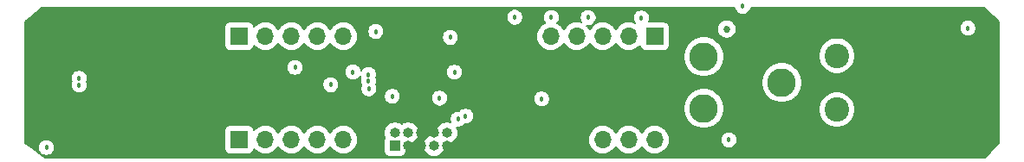
<source format=gbr>
G04 #@! TF.GenerationSoftware,KiCad,Pcbnew,(5.1.4-0-10_14)*
G04 #@! TF.CreationDate,2019-09-17T09:12:07-07:00*
G04 #@! TF.ProjectId,STM32L0xx_18650,53544d33-324c-4307-9878-5f3138363530,rev?*
G04 #@! TF.SameCoordinates,Original*
G04 #@! TF.FileFunction,Copper,L2,Inr*
G04 #@! TF.FilePolarity,Positive*
%FSLAX46Y46*%
G04 Gerber Fmt 4.6, Leading zero omitted, Abs format (unit mm)*
G04 Created by KiCad (PCBNEW (5.1.4-0-10_14)) date 2019-09-17 09:12:07*
%MOMM*%
%LPD*%
G04 APERTURE LIST*
%ADD10C,2.800000*%
%ADD11O,1.700000X1.350000*%
%ADD12O,1.500000X1.100000*%
%ADD13C,2.400000*%
%ADD14R,1.000000X1.000000*%
%ADD15O,1.000000X1.000000*%
%ADD16R,1.700000X1.700000*%
%ADD17O,1.700000X1.700000*%
%ADD18C,0.457200*%
%ADD19C,0.685800*%
%ADD20C,0.152400*%
G04 APERTURE END LIST*
D10*
X74900000Y-97460000D03*
X74900000Y-102540000D03*
X125100000Y-97460000D03*
X125100000Y-102540000D03*
X132720000Y-100000000D03*
X67280000Y-100000000D03*
D11*
X59885000Y-102705000D03*
X59885000Y-97245000D03*
D12*
X62885000Y-102395000D03*
X62885000Y-97555000D03*
D13*
X138100000Y-102650000D03*
X138100000Y-97350000D03*
D14*
X94925000Y-106200000D03*
D15*
X94925000Y-104930000D03*
X96195000Y-106200000D03*
X96195000Y-104930000D03*
X97465000Y-106200000D03*
X97465000Y-104930000D03*
X98735000Y-106200000D03*
X98735000Y-104930000D03*
X100005000Y-106200000D03*
X100005000Y-104930000D03*
D16*
X79700000Y-105600000D03*
D17*
X82240000Y-105600000D03*
X84780000Y-105600000D03*
X87320000Y-105600000D03*
X89860000Y-105600000D03*
D16*
X112700000Y-105600000D03*
D17*
X115240000Y-105600000D03*
X117780000Y-105600000D03*
X120320000Y-105600000D03*
D16*
X120300000Y-95450000D03*
D17*
X117760000Y-95450000D03*
X115220000Y-95450000D03*
X112680000Y-95450000D03*
X110140000Y-95450000D03*
D16*
X79700000Y-95450000D03*
D17*
X82240000Y-95450000D03*
X84780000Y-95450000D03*
X87320000Y-95450000D03*
X89860000Y-95450000D03*
D18*
X121350000Y-100550000D03*
X111050000Y-102050000D03*
X126050000Y-105750000D03*
X134150000Y-105800000D03*
D19*
X135275000Y-93053090D03*
D18*
X110200000Y-93600000D03*
X113800000Y-93600000D03*
X119000000Y-93650000D03*
X150900000Y-94650000D03*
X106625000Y-93575000D03*
D19*
X127350000Y-94750000D03*
D18*
X127550000Y-105625000D03*
X99275000Y-101525000D03*
X94200000Y-94575000D03*
X100450000Y-101625000D03*
X105325000Y-103925000D03*
X106275000Y-99775000D03*
X80362500Y-101612500D03*
X89500000Y-99050000D03*
X85750000Y-101850000D03*
X103800001Y-93050001D03*
X93050000Y-94975000D03*
X128900000Y-92500000D03*
X60850000Y-106375000D03*
X92375000Y-100600000D03*
X94650000Y-101350000D03*
X100725000Y-98975000D03*
X101093577Y-103574632D03*
X64050000Y-99575000D03*
X64050000Y-100225000D03*
X100325000Y-95550000D03*
X109250000Y-101600000D03*
X101825000Y-103287500D03*
X88650000Y-100200000D03*
X85150000Y-98500000D03*
X90800000Y-98950000D03*
X92325000Y-99204011D03*
X92323362Y-99798362D03*
D20*
G36*
X128118435Y-92737085D02*
G01*
X128179706Y-92885005D01*
X128268657Y-93018130D01*
X128381870Y-93131343D01*
X128514995Y-93220294D01*
X128662915Y-93281565D01*
X128819946Y-93312800D01*
X128980054Y-93312800D01*
X129137085Y-93281565D01*
X129285005Y-93220294D01*
X129418130Y-93131343D01*
X129531343Y-93018130D01*
X129620294Y-92885005D01*
X129681565Y-92737085D01*
X129697057Y-92659200D01*
X152533780Y-92659200D01*
X153923800Y-94031844D01*
X153923800Y-105968436D01*
X152551436Y-107340800D01*
X60708218Y-107340800D01*
X59244023Y-106294946D01*
X60037200Y-106294946D01*
X60037200Y-106455054D01*
X60068435Y-106612085D01*
X60129706Y-106760005D01*
X60218657Y-106893130D01*
X60331870Y-107006343D01*
X60464995Y-107095294D01*
X60612915Y-107156565D01*
X60769946Y-107187800D01*
X60930054Y-107187800D01*
X61087085Y-107156565D01*
X61235005Y-107095294D01*
X61368130Y-107006343D01*
X61481343Y-106893130D01*
X61570294Y-106760005D01*
X61631565Y-106612085D01*
X61662800Y-106455054D01*
X61662800Y-106294946D01*
X61631565Y-106137915D01*
X61570294Y-105989995D01*
X61481343Y-105856870D01*
X61368130Y-105743657D01*
X61235005Y-105654706D01*
X61087085Y-105593435D01*
X60930054Y-105562200D01*
X60769946Y-105562200D01*
X60612915Y-105593435D01*
X60464995Y-105654706D01*
X60331870Y-105743657D01*
X60218657Y-105856870D01*
X60129706Y-105989995D01*
X60068435Y-106137915D01*
X60037200Y-106294946D01*
X59244023Y-106294946D01*
X58776200Y-105960787D01*
X58776200Y-104750000D01*
X78262974Y-104750000D01*
X78262974Y-106450000D01*
X78274254Y-106564523D01*
X78307659Y-106674645D01*
X78361906Y-106776134D01*
X78434910Y-106865090D01*
X78523866Y-106938094D01*
X78625355Y-106992341D01*
X78735477Y-107025746D01*
X78850000Y-107037026D01*
X80550000Y-107037026D01*
X80664523Y-107025746D01*
X80774645Y-106992341D01*
X80876134Y-106938094D01*
X80965090Y-106865090D01*
X81038094Y-106776134D01*
X81092341Y-106674645D01*
X81125746Y-106564523D01*
X81131155Y-106509610D01*
X81220961Y-106619039D01*
X81439346Y-106798263D01*
X81688500Y-106931439D01*
X81958848Y-107013448D01*
X82169547Y-107034200D01*
X82310453Y-107034200D01*
X82521152Y-107013448D01*
X82791500Y-106931439D01*
X83040654Y-106798263D01*
X83259039Y-106619039D01*
X83438263Y-106400654D01*
X83510000Y-106266444D01*
X83581737Y-106400654D01*
X83760961Y-106619039D01*
X83979346Y-106798263D01*
X84228500Y-106931439D01*
X84498848Y-107013448D01*
X84709547Y-107034200D01*
X84850453Y-107034200D01*
X85061152Y-107013448D01*
X85331500Y-106931439D01*
X85580654Y-106798263D01*
X85799039Y-106619039D01*
X85978263Y-106400654D01*
X86050000Y-106266444D01*
X86121737Y-106400654D01*
X86300961Y-106619039D01*
X86519346Y-106798263D01*
X86768500Y-106931439D01*
X87038848Y-107013448D01*
X87249547Y-107034200D01*
X87390453Y-107034200D01*
X87601152Y-107013448D01*
X87871500Y-106931439D01*
X88120654Y-106798263D01*
X88339039Y-106619039D01*
X88518263Y-106400654D01*
X88590000Y-106266444D01*
X88661737Y-106400654D01*
X88840961Y-106619039D01*
X89059346Y-106798263D01*
X89308500Y-106931439D01*
X89578848Y-107013448D01*
X89789547Y-107034200D01*
X89930453Y-107034200D01*
X90141152Y-107013448D01*
X90411500Y-106931439D01*
X90660654Y-106798263D01*
X90879039Y-106619039D01*
X91058263Y-106400654D01*
X91191439Y-106151500D01*
X91273448Y-105881152D01*
X91301139Y-105600000D01*
X91273448Y-105318848D01*
X91191439Y-105048500D01*
X91128100Y-104930000D01*
X93835555Y-104930000D01*
X93856488Y-105142540D01*
X93918484Y-105346913D01*
X93934898Y-105377622D01*
X93882659Y-105475355D01*
X93849254Y-105585477D01*
X93837974Y-105700000D01*
X93837974Y-106700000D01*
X93849254Y-106814523D01*
X93882659Y-106924645D01*
X93936906Y-107026134D01*
X94009910Y-107115090D01*
X94098866Y-107188094D01*
X94200355Y-107242341D01*
X94310477Y-107275746D01*
X94425000Y-107287026D01*
X95425000Y-107287026D01*
X95539523Y-107275746D01*
X95649645Y-107242341D01*
X95751134Y-107188094D01*
X95840090Y-107115090D01*
X95913094Y-107026134D01*
X95967341Y-106924645D01*
X96000746Y-106814523D01*
X96012026Y-106700000D01*
X96012026Y-106200000D01*
X97645555Y-106200000D01*
X97666488Y-106412540D01*
X97728484Y-106616913D01*
X97829160Y-106805263D01*
X97964646Y-106970354D01*
X98129737Y-107105840D01*
X98318087Y-107206516D01*
X98522460Y-107268512D01*
X98681746Y-107284200D01*
X98788254Y-107284200D01*
X98947540Y-107268512D01*
X99151913Y-107206516D01*
X99340263Y-107105840D01*
X99505354Y-106970354D01*
X99640840Y-106805263D01*
X99741516Y-106616913D01*
X99803512Y-106412540D01*
X99824445Y-106200000D01*
X99804719Y-105999719D01*
X99951746Y-106014200D01*
X100058254Y-106014200D01*
X100217540Y-105998512D01*
X100421913Y-105936516D01*
X100610263Y-105835840D01*
X100775354Y-105700354D01*
X100857711Y-105600000D01*
X113798861Y-105600000D01*
X113826552Y-105881152D01*
X113908561Y-106151500D01*
X114041737Y-106400654D01*
X114220961Y-106619039D01*
X114439346Y-106798263D01*
X114688500Y-106931439D01*
X114958848Y-107013448D01*
X115169547Y-107034200D01*
X115310453Y-107034200D01*
X115521152Y-107013448D01*
X115791500Y-106931439D01*
X116040654Y-106798263D01*
X116259039Y-106619039D01*
X116438263Y-106400654D01*
X116510000Y-106266444D01*
X116581737Y-106400654D01*
X116760961Y-106619039D01*
X116979346Y-106798263D01*
X117228500Y-106931439D01*
X117498848Y-107013448D01*
X117709547Y-107034200D01*
X117850453Y-107034200D01*
X118061152Y-107013448D01*
X118331500Y-106931439D01*
X118580654Y-106798263D01*
X118799039Y-106619039D01*
X118978263Y-106400654D01*
X119050000Y-106266444D01*
X119121737Y-106400654D01*
X119300961Y-106619039D01*
X119519346Y-106798263D01*
X119768500Y-106931439D01*
X120038848Y-107013448D01*
X120249547Y-107034200D01*
X120390453Y-107034200D01*
X120601152Y-107013448D01*
X120871500Y-106931439D01*
X121120654Y-106798263D01*
X121339039Y-106619039D01*
X121518263Y-106400654D01*
X121651439Y-106151500D01*
X121733448Y-105881152D01*
X121761139Y-105600000D01*
X121755717Y-105544946D01*
X126737200Y-105544946D01*
X126737200Y-105705054D01*
X126768435Y-105862085D01*
X126829706Y-106010005D01*
X126918657Y-106143130D01*
X127031870Y-106256343D01*
X127164995Y-106345294D01*
X127312915Y-106406565D01*
X127469946Y-106437800D01*
X127630054Y-106437800D01*
X127787085Y-106406565D01*
X127935005Y-106345294D01*
X128068130Y-106256343D01*
X128181343Y-106143130D01*
X128270294Y-106010005D01*
X128331565Y-105862085D01*
X128362800Y-105705054D01*
X128362800Y-105544946D01*
X128331565Y-105387915D01*
X128270294Y-105239995D01*
X128181343Y-105106870D01*
X128068130Y-104993657D01*
X127935005Y-104904706D01*
X127787085Y-104843435D01*
X127630054Y-104812200D01*
X127469946Y-104812200D01*
X127312915Y-104843435D01*
X127164995Y-104904706D01*
X127031870Y-104993657D01*
X126918657Y-105106870D01*
X126829706Y-105239995D01*
X126768435Y-105387915D01*
X126737200Y-105544946D01*
X121755717Y-105544946D01*
X121733448Y-105318848D01*
X121651439Y-105048500D01*
X121518263Y-104799346D01*
X121339039Y-104580961D01*
X121120654Y-104401737D01*
X120871500Y-104268561D01*
X120601152Y-104186552D01*
X120390453Y-104165800D01*
X120249547Y-104165800D01*
X120038848Y-104186552D01*
X119768500Y-104268561D01*
X119519346Y-104401737D01*
X119300961Y-104580961D01*
X119121737Y-104799346D01*
X119050000Y-104933556D01*
X118978263Y-104799346D01*
X118799039Y-104580961D01*
X118580654Y-104401737D01*
X118331500Y-104268561D01*
X118061152Y-104186552D01*
X117850453Y-104165800D01*
X117709547Y-104165800D01*
X117498848Y-104186552D01*
X117228500Y-104268561D01*
X116979346Y-104401737D01*
X116760961Y-104580961D01*
X116581737Y-104799346D01*
X116510000Y-104933556D01*
X116438263Y-104799346D01*
X116259039Y-104580961D01*
X116040654Y-104401737D01*
X115791500Y-104268561D01*
X115521152Y-104186552D01*
X115310453Y-104165800D01*
X115169547Y-104165800D01*
X114958848Y-104186552D01*
X114688500Y-104268561D01*
X114439346Y-104401737D01*
X114220961Y-104580961D01*
X114041737Y-104799346D01*
X113908561Y-105048500D01*
X113826552Y-105318848D01*
X113798861Y-105600000D01*
X100857711Y-105600000D01*
X100910840Y-105535263D01*
X101011516Y-105346913D01*
X101073512Y-105142540D01*
X101094445Y-104930000D01*
X101073512Y-104717460D01*
X101011516Y-104513087D01*
X100936122Y-104372036D01*
X101013523Y-104387432D01*
X101173631Y-104387432D01*
X101330662Y-104356197D01*
X101478582Y-104294926D01*
X101611707Y-104205975D01*
X101721955Y-104095727D01*
X101744946Y-104100300D01*
X101905054Y-104100300D01*
X102062085Y-104069065D01*
X102210005Y-104007794D01*
X102343130Y-103918843D01*
X102456343Y-103805630D01*
X102545294Y-103672505D01*
X102606565Y-103524585D01*
X102637800Y-103367554D01*
X102637800Y-103207446D01*
X102606565Y-103050415D01*
X102545294Y-102902495D01*
X102456343Y-102769370D01*
X102343130Y-102656157D01*
X102210005Y-102567206D01*
X102062085Y-102505935D01*
X101905054Y-102474700D01*
X101744946Y-102474700D01*
X101587915Y-102505935D01*
X101439995Y-102567206D01*
X101306870Y-102656157D01*
X101196622Y-102766405D01*
X101173631Y-102761832D01*
X101013523Y-102761832D01*
X100856492Y-102793067D01*
X100708572Y-102854338D01*
X100575447Y-102943289D01*
X100462234Y-103056502D01*
X100373283Y-103189627D01*
X100312012Y-103337547D01*
X100280777Y-103494578D01*
X100280777Y-103654686D01*
X100312012Y-103811717D01*
X100349167Y-103901417D01*
X100217540Y-103861488D01*
X100058254Y-103845800D01*
X99951746Y-103845800D01*
X99792460Y-103861488D01*
X99588087Y-103923484D01*
X99399737Y-104024160D01*
X99234646Y-104159646D01*
X99099160Y-104324737D01*
X98998484Y-104513087D01*
X98936488Y-104717460D01*
X98915555Y-104930000D01*
X98935281Y-105130281D01*
X98788254Y-105115800D01*
X98681746Y-105115800D01*
X98522460Y-105131488D01*
X98318087Y-105193484D01*
X98129737Y-105294160D01*
X97964646Y-105429646D01*
X97829160Y-105594737D01*
X97728484Y-105783087D01*
X97666488Y-105987460D01*
X97645555Y-106200000D01*
X96012026Y-106200000D01*
X96012026Y-106001424D01*
X96141746Y-106014200D01*
X96248254Y-106014200D01*
X96407540Y-105998512D01*
X96611913Y-105936516D01*
X96800263Y-105835840D01*
X96965354Y-105700354D01*
X97100840Y-105535263D01*
X97201516Y-105346913D01*
X97263512Y-105142540D01*
X97284445Y-104930000D01*
X97263512Y-104717460D01*
X97201516Y-104513087D01*
X97100840Y-104324737D01*
X96965354Y-104159646D01*
X96800263Y-104024160D01*
X96611913Y-103923484D01*
X96407540Y-103861488D01*
X96248254Y-103845800D01*
X96141746Y-103845800D01*
X95982460Y-103861488D01*
X95778087Y-103923484D01*
X95589737Y-104024160D01*
X95560000Y-104048564D01*
X95530263Y-104024160D01*
X95341913Y-103923484D01*
X95137540Y-103861488D01*
X94978254Y-103845800D01*
X94871746Y-103845800D01*
X94712460Y-103861488D01*
X94508087Y-103923484D01*
X94319737Y-104024160D01*
X94154646Y-104159646D01*
X94019160Y-104324737D01*
X93918484Y-104513087D01*
X93856488Y-104717460D01*
X93835555Y-104930000D01*
X91128100Y-104930000D01*
X91058263Y-104799346D01*
X90879039Y-104580961D01*
X90660654Y-104401737D01*
X90411500Y-104268561D01*
X90141152Y-104186552D01*
X89930453Y-104165800D01*
X89789547Y-104165800D01*
X89578848Y-104186552D01*
X89308500Y-104268561D01*
X89059346Y-104401737D01*
X88840961Y-104580961D01*
X88661737Y-104799346D01*
X88590000Y-104933556D01*
X88518263Y-104799346D01*
X88339039Y-104580961D01*
X88120654Y-104401737D01*
X87871500Y-104268561D01*
X87601152Y-104186552D01*
X87390453Y-104165800D01*
X87249547Y-104165800D01*
X87038848Y-104186552D01*
X86768500Y-104268561D01*
X86519346Y-104401737D01*
X86300961Y-104580961D01*
X86121737Y-104799346D01*
X86050000Y-104933556D01*
X85978263Y-104799346D01*
X85799039Y-104580961D01*
X85580654Y-104401737D01*
X85331500Y-104268561D01*
X85061152Y-104186552D01*
X84850453Y-104165800D01*
X84709547Y-104165800D01*
X84498848Y-104186552D01*
X84228500Y-104268561D01*
X83979346Y-104401737D01*
X83760961Y-104580961D01*
X83581737Y-104799346D01*
X83510000Y-104933556D01*
X83438263Y-104799346D01*
X83259039Y-104580961D01*
X83040654Y-104401737D01*
X82791500Y-104268561D01*
X82521152Y-104186552D01*
X82310453Y-104165800D01*
X82169547Y-104165800D01*
X81958848Y-104186552D01*
X81688500Y-104268561D01*
X81439346Y-104401737D01*
X81220961Y-104580961D01*
X81131155Y-104690390D01*
X81125746Y-104635477D01*
X81092341Y-104525355D01*
X81038094Y-104423866D01*
X80965090Y-104334910D01*
X80876134Y-104261906D01*
X80774645Y-104207659D01*
X80664523Y-104174254D01*
X80550000Y-104162974D01*
X78850000Y-104162974D01*
X78735477Y-104174254D01*
X78625355Y-104207659D01*
X78523866Y-104261906D01*
X78434910Y-104334910D01*
X78361906Y-104423866D01*
X78307659Y-104525355D01*
X78274254Y-104635477D01*
X78262974Y-104750000D01*
X58776200Y-104750000D01*
X58776200Y-99494946D01*
X63237200Y-99494946D01*
X63237200Y-99655054D01*
X63268435Y-99812085D01*
X63304851Y-99900000D01*
X63268435Y-99987915D01*
X63237200Y-100144946D01*
X63237200Y-100305054D01*
X63268435Y-100462085D01*
X63329706Y-100610005D01*
X63418657Y-100743130D01*
X63531870Y-100856343D01*
X63664995Y-100945294D01*
X63812915Y-101006565D01*
X63969946Y-101037800D01*
X64130054Y-101037800D01*
X64287085Y-101006565D01*
X64435005Y-100945294D01*
X64568130Y-100856343D01*
X64681343Y-100743130D01*
X64770294Y-100610005D01*
X64831565Y-100462085D01*
X64862800Y-100305054D01*
X64862800Y-100144946D01*
X64857828Y-100119946D01*
X87837200Y-100119946D01*
X87837200Y-100280054D01*
X87868435Y-100437085D01*
X87929706Y-100585005D01*
X88018657Y-100718130D01*
X88131870Y-100831343D01*
X88264995Y-100920294D01*
X88412915Y-100981565D01*
X88569946Y-101012800D01*
X88730054Y-101012800D01*
X88887085Y-100981565D01*
X89035005Y-100920294D01*
X89168130Y-100831343D01*
X89281343Y-100718130D01*
X89370294Y-100585005D01*
X89431565Y-100437085D01*
X89462800Y-100280054D01*
X89462800Y-100119946D01*
X89431565Y-99962915D01*
X89370294Y-99814995D01*
X89281343Y-99681870D01*
X89168130Y-99568657D01*
X89035005Y-99479706D01*
X88887085Y-99418435D01*
X88730054Y-99387200D01*
X88569946Y-99387200D01*
X88412915Y-99418435D01*
X88264995Y-99479706D01*
X88131870Y-99568657D01*
X88018657Y-99681870D01*
X87929706Y-99814995D01*
X87868435Y-99962915D01*
X87837200Y-100119946D01*
X64857828Y-100119946D01*
X64831565Y-99987915D01*
X64795149Y-99900000D01*
X64831565Y-99812085D01*
X64862800Y-99655054D01*
X64862800Y-99494946D01*
X64831565Y-99337915D01*
X64770294Y-99189995D01*
X64681343Y-99056870D01*
X64568130Y-98943657D01*
X64435005Y-98854706D01*
X64287085Y-98793435D01*
X64130054Y-98762200D01*
X63969946Y-98762200D01*
X63812915Y-98793435D01*
X63664995Y-98854706D01*
X63531870Y-98943657D01*
X63418657Y-99056870D01*
X63329706Y-99189995D01*
X63268435Y-99337915D01*
X63237200Y-99494946D01*
X58776200Y-99494946D01*
X58776200Y-98419946D01*
X84337200Y-98419946D01*
X84337200Y-98580054D01*
X84368435Y-98737085D01*
X84429706Y-98885005D01*
X84518657Y-99018130D01*
X84631870Y-99131343D01*
X84764995Y-99220294D01*
X84912915Y-99281565D01*
X85069946Y-99312800D01*
X85230054Y-99312800D01*
X85387085Y-99281565D01*
X85535005Y-99220294D01*
X85668130Y-99131343D01*
X85781343Y-99018130D01*
X85870294Y-98885005D01*
X85876531Y-98869946D01*
X89987200Y-98869946D01*
X89987200Y-99030054D01*
X90018435Y-99187085D01*
X90079706Y-99335005D01*
X90168657Y-99468130D01*
X90281870Y-99581343D01*
X90414995Y-99670294D01*
X90562915Y-99731565D01*
X90719946Y-99762800D01*
X90880054Y-99762800D01*
X91037085Y-99731565D01*
X91185005Y-99670294D01*
X91318130Y-99581343D01*
X91431343Y-99468130D01*
X91520294Y-99335005D01*
X91521671Y-99331680D01*
X91543435Y-99441096D01*
X91567507Y-99499209D01*
X91541797Y-99561277D01*
X91510562Y-99718308D01*
X91510562Y-99878416D01*
X91541797Y-100035447D01*
X91603068Y-100183367D01*
X91643032Y-100243178D01*
X91593435Y-100362915D01*
X91562200Y-100519946D01*
X91562200Y-100680054D01*
X91593435Y-100837085D01*
X91654706Y-100985005D01*
X91743657Y-101118130D01*
X91856870Y-101231343D01*
X91989995Y-101320294D01*
X92137915Y-101381565D01*
X92294946Y-101412800D01*
X92455054Y-101412800D01*
X92612085Y-101381565D01*
X92760005Y-101320294D01*
X92835356Y-101269946D01*
X93837200Y-101269946D01*
X93837200Y-101430054D01*
X93868435Y-101587085D01*
X93929706Y-101735005D01*
X94018657Y-101868130D01*
X94131870Y-101981343D01*
X94264995Y-102070294D01*
X94412915Y-102131565D01*
X94569946Y-102162800D01*
X94730054Y-102162800D01*
X94887085Y-102131565D01*
X95035005Y-102070294D01*
X95168130Y-101981343D01*
X95281343Y-101868130D01*
X95370294Y-101735005D01*
X95431565Y-101587085D01*
X95459837Y-101444946D01*
X98462200Y-101444946D01*
X98462200Y-101605054D01*
X98493435Y-101762085D01*
X98554706Y-101910005D01*
X98643657Y-102043130D01*
X98756870Y-102156343D01*
X98889995Y-102245294D01*
X99037915Y-102306565D01*
X99194946Y-102337800D01*
X99355054Y-102337800D01*
X99512085Y-102306565D01*
X99660005Y-102245294D01*
X99793130Y-102156343D01*
X99906343Y-102043130D01*
X99995294Y-101910005D01*
X100056565Y-101762085D01*
X100087800Y-101605054D01*
X100087800Y-101519946D01*
X108437200Y-101519946D01*
X108437200Y-101680054D01*
X108468435Y-101837085D01*
X108529706Y-101985005D01*
X108618657Y-102118130D01*
X108731870Y-102231343D01*
X108864995Y-102320294D01*
X109012915Y-102381565D01*
X109169946Y-102412800D01*
X109330054Y-102412800D01*
X109487085Y-102381565D01*
X109576390Y-102344573D01*
X123115800Y-102344573D01*
X123115800Y-102735427D01*
X123192051Y-103118770D01*
X123341625Y-103479871D01*
X123558771Y-103804854D01*
X123835146Y-104081229D01*
X124160129Y-104298375D01*
X124521230Y-104447949D01*
X124904573Y-104524200D01*
X125295427Y-104524200D01*
X125678770Y-104447949D01*
X126039871Y-104298375D01*
X126364854Y-104081229D01*
X126641229Y-103804854D01*
X126858375Y-103479871D01*
X127007949Y-103118770D01*
X127084200Y-102735427D01*
X127084200Y-102474272D01*
X136315800Y-102474272D01*
X136315800Y-102825728D01*
X136384366Y-103170432D01*
X136518862Y-103495136D01*
X136714121Y-103787361D01*
X136962639Y-104035879D01*
X137254864Y-104231138D01*
X137579568Y-104365634D01*
X137924272Y-104434200D01*
X138275728Y-104434200D01*
X138620432Y-104365634D01*
X138945136Y-104231138D01*
X139237361Y-104035879D01*
X139485879Y-103787361D01*
X139681138Y-103495136D01*
X139815634Y-103170432D01*
X139884200Y-102825728D01*
X139884200Y-102474272D01*
X139815634Y-102129568D01*
X139681138Y-101804864D01*
X139485879Y-101512639D01*
X139237361Y-101264121D01*
X138945136Y-101068862D01*
X138620432Y-100934366D01*
X138275728Y-100865800D01*
X137924272Y-100865800D01*
X137579568Y-100934366D01*
X137254864Y-101068862D01*
X136962639Y-101264121D01*
X136714121Y-101512639D01*
X136518862Y-101804864D01*
X136384366Y-102129568D01*
X136315800Y-102474272D01*
X127084200Y-102474272D01*
X127084200Y-102344573D01*
X127007949Y-101961230D01*
X126858375Y-101600129D01*
X126641229Y-101275146D01*
X126364854Y-100998771D01*
X126039871Y-100781625D01*
X125678770Y-100632051D01*
X125295427Y-100555800D01*
X124904573Y-100555800D01*
X124521230Y-100632051D01*
X124160129Y-100781625D01*
X123835146Y-100998771D01*
X123558771Y-101275146D01*
X123341625Y-101600129D01*
X123192051Y-101961230D01*
X123115800Y-102344573D01*
X109576390Y-102344573D01*
X109635005Y-102320294D01*
X109768130Y-102231343D01*
X109881343Y-102118130D01*
X109970294Y-101985005D01*
X110031565Y-101837085D01*
X110062800Y-101680054D01*
X110062800Y-101519946D01*
X110031565Y-101362915D01*
X109970294Y-101214995D01*
X109881343Y-101081870D01*
X109768130Y-100968657D01*
X109635005Y-100879706D01*
X109487085Y-100818435D01*
X109330054Y-100787200D01*
X109169946Y-100787200D01*
X109012915Y-100818435D01*
X108864995Y-100879706D01*
X108731870Y-100968657D01*
X108618657Y-101081870D01*
X108529706Y-101214995D01*
X108468435Y-101362915D01*
X108437200Y-101519946D01*
X100087800Y-101519946D01*
X100087800Y-101444946D01*
X100056565Y-101287915D01*
X99995294Y-101139995D01*
X99906343Y-101006870D01*
X99793130Y-100893657D01*
X99660005Y-100804706D01*
X99512085Y-100743435D01*
X99355054Y-100712200D01*
X99194946Y-100712200D01*
X99037915Y-100743435D01*
X98889995Y-100804706D01*
X98756870Y-100893657D01*
X98643657Y-101006870D01*
X98554706Y-101139995D01*
X98493435Y-101287915D01*
X98462200Y-101444946D01*
X95459837Y-101444946D01*
X95462800Y-101430054D01*
X95462800Y-101269946D01*
X95431565Y-101112915D01*
X95370294Y-100964995D01*
X95281343Y-100831870D01*
X95168130Y-100718657D01*
X95035005Y-100629706D01*
X94887085Y-100568435D01*
X94730054Y-100537200D01*
X94569946Y-100537200D01*
X94412915Y-100568435D01*
X94264995Y-100629706D01*
X94131870Y-100718657D01*
X94018657Y-100831870D01*
X93929706Y-100964995D01*
X93868435Y-101112915D01*
X93837200Y-101269946D01*
X92835356Y-101269946D01*
X92893130Y-101231343D01*
X93006343Y-101118130D01*
X93095294Y-100985005D01*
X93156565Y-100837085D01*
X93187800Y-100680054D01*
X93187800Y-100519946D01*
X93156565Y-100362915D01*
X93095294Y-100214995D01*
X93055330Y-100155184D01*
X93104927Y-100035447D01*
X93136162Y-99878416D01*
X93136162Y-99804573D01*
X130735800Y-99804573D01*
X130735800Y-100195427D01*
X130812051Y-100578770D01*
X130961625Y-100939871D01*
X131178771Y-101264854D01*
X131455146Y-101541229D01*
X131780129Y-101758375D01*
X132141230Y-101907949D01*
X132524573Y-101984200D01*
X132915427Y-101984200D01*
X133298770Y-101907949D01*
X133659871Y-101758375D01*
X133984854Y-101541229D01*
X134261229Y-101264854D01*
X134478375Y-100939871D01*
X134627949Y-100578770D01*
X134704200Y-100195427D01*
X134704200Y-99804573D01*
X134627949Y-99421230D01*
X134478375Y-99060129D01*
X134261229Y-98735146D01*
X133984854Y-98458771D01*
X133659871Y-98241625D01*
X133298770Y-98092051D01*
X132915427Y-98015800D01*
X132524573Y-98015800D01*
X132141230Y-98092051D01*
X131780129Y-98241625D01*
X131455146Y-98458771D01*
X131178771Y-98735146D01*
X130961625Y-99060129D01*
X130812051Y-99421230D01*
X130735800Y-99804573D01*
X93136162Y-99804573D01*
X93136162Y-99718308D01*
X93104927Y-99561277D01*
X93080855Y-99503164D01*
X93106565Y-99441096D01*
X93137800Y-99284065D01*
X93137800Y-99123957D01*
X93106565Y-98966926D01*
X93076750Y-98894946D01*
X99912200Y-98894946D01*
X99912200Y-99055054D01*
X99943435Y-99212085D01*
X100004706Y-99360005D01*
X100093657Y-99493130D01*
X100206870Y-99606343D01*
X100339995Y-99695294D01*
X100487915Y-99756565D01*
X100644946Y-99787800D01*
X100805054Y-99787800D01*
X100962085Y-99756565D01*
X101110005Y-99695294D01*
X101243130Y-99606343D01*
X101356343Y-99493130D01*
X101445294Y-99360005D01*
X101506565Y-99212085D01*
X101537800Y-99055054D01*
X101537800Y-98894946D01*
X101506565Y-98737915D01*
X101445294Y-98589995D01*
X101356343Y-98456870D01*
X101243130Y-98343657D01*
X101110005Y-98254706D01*
X100962085Y-98193435D01*
X100805054Y-98162200D01*
X100644946Y-98162200D01*
X100487915Y-98193435D01*
X100339995Y-98254706D01*
X100206870Y-98343657D01*
X100093657Y-98456870D01*
X100004706Y-98589995D01*
X99943435Y-98737915D01*
X99912200Y-98894946D01*
X93076750Y-98894946D01*
X93045294Y-98819006D01*
X92956343Y-98685881D01*
X92843130Y-98572668D01*
X92710005Y-98483717D01*
X92562085Y-98422446D01*
X92405054Y-98391211D01*
X92244946Y-98391211D01*
X92087915Y-98422446D01*
X91939995Y-98483717D01*
X91806870Y-98572668D01*
X91693657Y-98685881D01*
X91604706Y-98819006D01*
X91603329Y-98822331D01*
X91581565Y-98712915D01*
X91520294Y-98564995D01*
X91431343Y-98431870D01*
X91318130Y-98318657D01*
X91185005Y-98229706D01*
X91037085Y-98168435D01*
X90880054Y-98137200D01*
X90719946Y-98137200D01*
X90562915Y-98168435D01*
X90414995Y-98229706D01*
X90281870Y-98318657D01*
X90168657Y-98431870D01*
X90079706Y-98564995D01*
X90018435Y-98712915D01*
X89987200Y-98869946D01*
X85876531Y-98869946D01*
X85931565Y-98737085D01*
X85962800Y-98580054D01*
X85962800Y-98419946D01*
X85931565Y-98262915D01*
X85870294Y-98114995D01*
X85781343Y-97981870D01*
X85668130Y-97868657D01*
X85535005Y-97779706D01*
X85387085Y-97718435D01*
X85230054Y-97687200D01*
X85069946Y-97687200D01*
X84912915Y-97718435D01*
X84764995Y-97779706D01*
X84631870Y-97868657D01*
X84518657Y-97981870D01*
X84429706Y-98114995D01*
X84368435Y-98262915D01*
X84337200Y-98419946D01*
X58776200Y-98419946D01*
X58776200Y-97264573D01*
X123115800Y-97264573D01*
X123115800Y-97655427D01*
X123192051Y-98038770D01*
X123341625Y-98399871D01*
X123558771Y-98724854D01*
X123835146Y-99001229D01*
X124160129Y-99218375D01*
X124521230Y-99367949D01*
X124904573Y-99444200D01*
X125295427Y-99444200D01*
X125678770Y-99367949D01*
X126039871Y-99218375D01*
X126364854Y-99001229D01*
X126641229Y-98724854D01*
X126858375Y-98399871D01*
X127007949Y-98038770D01*
X127084200Y-97655427D01*
X127084200Y-97264573D01*
X127066239Y-97174272D01*
X136315800Y-97174272D01*
X136315800Y-97525728D01*
X136384366Y-97870432D01*
X136518862Y-98195136D01*
X136714121Y-98487361D01*
X136962639Y-98735879D01*
X137254864Y-98931138D01*
X137579568Y-99065634D01*
X137924272Y-99134200D01*
X138275728Y-99134200D01*
X138620432Y-99065634D01*
X138945136Y-98931138D01*
X139237361Y-98735879D01*
X139485879Y-98487361D01*
X139681138Y-98195136D01*
X139815634Y-97870432D01*
X139884200Y-97525728D01*
X139884200Y-97174272D01*
X139815634Y-96829568D01*
X139681138Y-96504864D01*
X139485879Y-96212639D01*
X139237361Y-95964121D01*
X138945136Y-95768862D01*
X138620432Y-95634366D01*
X138275728Y-95565800D01*
X137924272Y-95565800D01*
X137579568Y-95634366D01*
X137254864Y-95768862D01*
X136962639Y-95964121D01*
X136714121Y-96212639D01*
X136518862Y-96504864D01*
X136384366Y-96829568D01*
X136315800Y-97174272D01*
X127066239Y-97174272D01*
X127007949Y-96881230D01*
X126858375Y-96520129D01*
X126641229Y-96195146D01*
X126364854Y-95918771D01*
X126039871Y-95701625D01*
X125678770Y-95552051D01*
X125295427Y-95475800D01*
X124904573Y-95475800D01*
X124521230Y-95552051D01*
X124160129Y-95701625D01*
X123835146Y-95918771D01*
X123558771Y-96195146D01*
X123341625Y-96520129D01*
X123192051Y-96881230D01*
X123115800Y-97264573D01*
X58776200Y-97264573D01*
X58776200Y-94600000D01*
X78262974Y-94600000D01*
X78262974Y-96300000D01*
X78274254Y-96414523D01*
X78307659Y-96524645D01*
X78361906Y-96626134D01*
X78434910Y-96715090D01*
X78523866Y-96788094D01*
X78625355Y-96842341D01*
X78735477Y-96875746D01*
X78850000Y-96887026D01*
X80550000Y-96887026D01*
X80664523Y-96875746D01*
X80774645Y-96842341D01*
X80876134Y-96788094D01*
X80965090Y-96715090D01*
X81038094Y-96626134D01*
X81092341Y-96524645D01*
X81125746Y-96414523D01*
X81131155Y-96359610D01*
X81220961Y-96469039D01*
X81439346Y-96648263D01*
X81688500Y-96781439D01*
X81958848Y-96863448D01*
X82169547Y-96884200D01*
X82310453Y-96884200D01*
X82521152Y-96863448D01*
X82791500Y-96781439D01*
X83040654Y-96648263D01*
X83259039Y-96469039D01*
X83438263Y-96250654D01*
X83510000Y-96116444D01*
X83581737Y-96250654D01*
X83760961Y-96469039D01*
X83979346Y-96648263D01*
X84228500Y-96781439D01*
X84498848Y-96863448D01*
X84709547Y-96884200D01*
X84850453Y-96884200D01*
X85061152Y-96863448D01*
X85331500Y-96781439D01*
X85580654Y-96648263D01*
X85799039Y-96469039D01*
X85978263Y-96250654D01*
X86050000Y-96116444D01*
X86121737Y-96250654D01*
X86300961Y-96469039D01*
X86519346Y-96648263D01*
X86768500Y-96781439D01*
X87038848Y-96863448D01*
X87249547Y-96884200D01*
X87390453Y-96884200D01*
X87601152Y-96863448D01*
X87871500Y-96781439D01*
X88120654Y-96648263D01*
X88339039Y-96469039D01*
X88518263Y-96250654D01*
X88590000Y-96116444D01*
X88661737Y-96250654D01*
X88840961Y-96469039D01*
X89059346Y-96648263D01*
X89308500Y-96781439D01*
X89578848Y-96863448D01*
X89789547Y-96884200D01*
X89930453Y-96884200D01*
X90141152Y-96863448D01*
X90411500Y-96781439D01*
X90660654Y-96648263D01*
X90879039Y-96469039D01*
X91058263Y-96250654D01*
X91191439Y-96001500D01*
X91273448Y-95731152D01*
X91301139Y-95450000D01*
X91273448Y-95168848D01*
X91191439Y-94898500D01*
X91189540Y-94894946D01*
X92237200Y-94894946D01*
X92237200Y-95055054D01*
X92268435Y-95212085D01*
X92329706Y-95360005D01*
X92418657Y-95493130D01*
X92531870Y-95606343D01*
X92664995Y-95695294D01*
X92812915Y-95756565D01*
X92969946Y-95787800D01*
X93130054Y-95787800D01*
X93287085Y-95756565D01*
X93435005Y-95695294D01*
X93568130Y-95606343D01*
X93681343Y-95493130D01*
X93696834Y-95469946D01*
X99512200Y-95469946D01*
X99512200Y-95630054D01*
X99543435Y-95787085D01*
X99604706Y-95935005D01*
X99693657Y-96068130D01*
X99806870Y-96181343D01*
X99939995Y-96270294D01*
X100087915Y-96331565D01*
X100244946Y-96362800D01*
X100405054Y-96362800D01*
X100562085Y-96331565D01*
X100710005Y-96270294D01*
X100843130Y-96181343D01*
X100956343Y-96068130D01*
X101045294Y-95935005D01*
X101106565Y-95787085D01*
X101137800Y-95630054D01*
X101137800Y-95469946D01*
X101133833Y-95450000D01*
X108698861Y-95450000D01*
X108726552Y-95731152D01*
X108808561Y-96001500D01*
X108941737Y-96250654D01*
X109120961Y-96469039D01*
X109339346Y-96648263D01*
X109588500Y-96781439D01*
X109858848Y-96863448D01*
X110069547Y-96884200D01*
X110210453Y-96884200D01*
X110421152Y-96863448D01*
X110691500Y-96781439D01*
X110940654Y-96648263D01*
X111159039Y-96469039D01*
X111338263Y-96250654D01*
X111410000Y-96116444D01*
X111481737Y-96250654D01*
X111660961Y-96469039D01*
X111879346Y-96648263D01*
X112128500Y-96781439D01*
X112398848Y-96863448D01*
X112609547Y-96884200D01*
X112750453Y-96884200D01*
X112961152Y-96863448D01*
X113231500Y-96781439D01*
X113480654Y-96648263D01*
X113699039Y-96469039D01*
X113878263Y-96250654D01*
X113950000Y-96116444D01*
X114021737Y-96250654D01*
X114200961Y-96469039D01*
X114419346Y-96648263D01*
X114668500Y-96781439D01*
X114938848Y-96863448D01*
X115149547Y-96884200D01*
X115290453Y-96884200D01*
X115501152Y-96863448D01*
X115771500Y-96781439D01*
X116020654Y-96648263D01*
X116239039Y-96469039D01*
X116418263Y-96250654D01*
X116490000Y-96116444D01*
X116561737Y-96250654D01*
X116740961Y-96469039D01*
X116959346Y-96648263D01*
X117208500Y-96781439D01*
X117478848Y-96863448D01*
X117689547Y-96884200D01*
X117830453Y-96884200D01*
X118041152Y-96863448D01*
X118311500Y-96781439D01*
X118560654Y-96648263D01*
X118779039Y-96469039D01*
X118868845Y-96359610D01*
X118874254Y-96414523D01*
X118907659Y-96524645D01*
X118961906Y-96626134D01*
X119034910Y-96715090D01*
X119123866Y-96788094D01*
X119225355Y-96842341D01*
X119335477Y-96875746D01*
X119450000Y-96887026D01*
X121150000Y-96887026D01*
X121264523Y-96875746D01*
X121374645Y-96842341D01*
X121476134Y-96788094D01*
X121565090Y-96715090D01*
X121638094Y-96626134D01*
X121692341Y-96524645D01*
X121725746Y-96414523D01*
X121737026Y-96300000D01*
X121737026Y-94658689D01*
X126422900Y-94658689D01*
X126422900Y-94841311D01*
X126458528Y-95020425D01*
X126528414Y-95189147D01*
X126629874Y-95340992D01*
X126759008Y-95470126D01*
X126910853Y-95571586D01*
X127079575Y-95641472D01*
X127258689Y-95677100D01*
X127441311Y-95677100D01*
X127620425Y-95641472D01*
X127789147Y-95571586D01*
X127940992Y-95470126D01*
X128070126Y-95340992D01*
X128171586Y-95189147D01*
X128241472Y-95020425D01*
X128277100Y-94841311D01*
X128277100Y-94658689D01*
X128259448Y-94569946D01*
X150087200Y-94569946D01*
X150087200Y-94730054D01*
X150118435Y-94887085D01*
X150179706Y-95035005D01*
X150268657Y-95168130D01*
X150381870Y-95281343D01*
X150514995Y-95370294D01*
X150662915Y-95431565D01*
X150819946Y-95462800D01*
X150980054Y-95462800D01*
X151137085Y-95431565D01*
X151285005Y-95370294D01*
X151418130Y-95281343D01*
X151531343Y-95168130D01*
X151620294Y-95035005D01*
X151681565Y-94887085D01*
X151712800Y-94730054D01*
X151712800Y-94569946D01*
X151681565Y-94412915D01*
X151620294Y-94264995D01*
X151531343Y-94131870D01*
X151418130Y-94018657D01*
X151285005Y-93929706D01*
X151137085Y-93868435D01*
X150980054Y-93837200D01*
X150819946Y-93837200D01*
X150662915Y-93868435D01*
X150514995Y-93929706D01*
X150381870Y-94018657D01*
X150268657Y-94131870D01*
X150179706Y-94264995D01*
X150118435Y-94412915D01*
X150087200Y-94569946D01*
X128259448Y-94569946D01*
X128241472Y-94479575D01*
X128171586Y-94310853D01*
X128070126Y-94159008D01*
X127940992Y-94029874D01*
X127789147Y-93928414D01*
X127620425Y-93858528D01*
X127441311Y-93822900D01*
X127258689Y-93822900D01*
X127079575Y-93858528D01*
X126910853Y-93928414D01*
X126759008Y-94029874D01*
X126629874Y-94159008D01*
X126528414Y-94310853D01*
X126458528Y-94479575D01*
X126422900Y-94658689D01*
X121737026Y-94658689D01*
X121737026Y-94600000D01*
X121725746Y-94485477D01*
X121692341Y-94375355D01*
X121638094Y-94273866D01*
X121565090Y-94184910D01*
X121476134Y-94111906D01*
X121374645Y-94057659D01*
X121264523Y-94024254D01*
X121150000Y-94012974D01*
X119729420Y-94012974D01*
X119781565Y-93887085D01*
X119812800Y-93730054D01*
X119812800Y-93569946D01*
X119781565Y-93412915D01*
X119720294Y-93264995D01*
X119631343Y-93131870D01*
X119518130Y-93018657D01*
X119385005Y-92929706D01*
X119237085Y-92868435D01*
X119080054Y-92837200D01*
X118919946Y-92837200D01*
X118762915Y-92868435D01*
X118614995Y-92929706D01*
X118481870Y-93018657D01*
X118368657Y-93131870D01*
X118279706Y-93264995D01*
X118218435Y-93412915D01*
X118187200Y-93569946D01*
X118187200Y-93730054D01*
X118218435Y-93887085D01*
X118279706Y-94035005D01*
X118348890Y-94138546D01*
X118311500Y-94118561D01*
X118041152Y-94036552D01*
X117830453Y-94015800D01*
X117689547Y-94015800D01*
X117478848Y-94036552D01*
X117208500Y-94118561D01*
X116959346Y-94251737D01*
X116740961Y-94430961D01*
X116561737Y-94649346D01*
X116490000Y-94783556D01*
X116418263Y-94649346D01*
X116239039Y-94430961D01*
X116020654Y-94251737D01*
X115771500Y-94118561D01*
X115501152Y-94036552D01*
X115290453Y-94015800D01*
X115149547Y-94015800D01*
X114938848Y-94036552D01*
X114668500Y-94118561D01*
X114419346Y-94251737D01*
X114200961Y-94430961D01*
X114021737Y-94649346D01*
X113950000Y-94783556D01*
X113878263Y-94649346D01*
X113699039Y-94430961D01*
X113663142Y-94401501D01*
X113719946Y-94412800D01*
X113880054Y-94412800D01*
X114037085Y-94381565D01*
X114185005Y-94320294D01*
X114318130Y-94231343D01*
X114431343Y-94118130D01*
X114520294Y-93985005D01*
X114581565Y-93837085D01*
X114612800Y-93680054D01*
X114612800Y-93519946D01*
X114581565Y-93362915D01*
X114520294Y-93214995D01*
X114431343Y-93081870D01*
X114318130Y-92968657D01*
X114185005Y-92879706D01*
X114037085Y-92818435D01*
X113880054Y-92787200D01*
X113719946Y-92787200D01*
X113562915Y-92818435D01*
X113414995Y-92879706D01*
X113281870Y-92968657D01*
X113168657Y-93081870D01*
X113079706Y-93214995D01*
X113018435Y-93362915D01*
X112987200Y-93519946D01*
X112987200Y-93680054D01*
X113018435Y-93837085D01*
X113079706Y-93985005D01*
X113153043Y-94094761D01*
X112961152Y-94036552D01*
X112750453Y-94015800D01*
X112609547Y-94015800D01*
X112398848Y-94036552D01*
X112128500Y-94118561D01*
X111879346Y-94251737D01*
X111660961Y-94430961D01*
X111481737Y-94649346D01*
X111410000Y-94783556D01*
X111338263Y-94649346D01*
X111159039Y-94430961D01*
X110940654Y-94251737D01*
X110782351Y-94167122D01*
X110831343Y-94118130D01*
X110920294Y-93985005D01*
X110981565Y-93837085D01*
X111012800Y-93680054D01*
X111012800Y-93519946D01*
X110981565Y-93362915D01*
X110920294Y-93214995D01*
X110831343Y-93081870D01*
X110718130Y-92968657D01*
X110585005Y-92879706D01*
X110437085Y-92818435D01*
X110280054Y-92787200D01*
X110119946Y-92787200D01*
X109962915Y-92818435D01*
X109814995Y-92879706D01*
X109681870Y-92968657D01*
X109568657Y-93081870D01*
X109479706Y-93214995D01*
X109418435Y-93362915D01*
X109387200Y-93519946D01*
X109387200Y-93680054D01*
X109418435Y-93837085D01*
X109479706Y-93985005D01*
X109568657Y-94118130D01*
X109575850Y-94125323D01*
X109339346Y-94251737D01*
X109120961Y-94430961D01*
X108941737Y-94649346D01*
X108808561Y-94898500D01*
X108726552Y-95168848D01*
X108698861Y-95450000D01*
X101133833Y-95450000D01*
X101106565Y-95312915D01*
X101045294Y-95164995D01*
X100956343Y-95031870D01*
X100843130Y-94918657D01*
X100710005Y-94829706D01*
X100562085Y-94768435D01*
X100405054Y-94737200D01*
X100244946Y-94737200D01*
X100087915Y-94768435D01*
X99939995Y-94829706D01*
X99806870Y-94918657D01*
X99693657Y-95031870D01*
X99604706Y-95164995D01*
X99543435Y-95312915D01*
X99512200Y-95469946D01*
X93696834Y-95469946D01*
X93770294Y-95360005D01*
X93831565Y-95212085D01*
X93862800Y-95055054D01*
X93862800Y-94894946D01*
X93831565Y-94737915D01*
X93770294Y-94589995D01*
X93681343Y-94456870D01*
X93568130Y-94343657D01*
X93435005Y-94254706D01*
X93287085Y-94193435D01*
X93130054Y-94162200D01*
X92969946Y-94162200D01*
X92812915Y-94193435D01*
X92664995Y-94254706D01*
X92531870Y-94343657D01*
X92418657Y-94456870D01*
X92329706Y-94589995D01*
X92268435Y-94737915D01*
X92237200Y-94894946D01*
X91189540Y-94894946D01*
X91058263Y-94649346D01*
X90879039Y-94430961D01*
X90660654Y-94251737D01*
X90411500Y-94118561D01*
X90141152Y-94036552D01*
X89930453Y-94015800D01*
X89789547Y-94015800D01*
X89578848Y-94036552D01*
X89308500Y-94118561D01*
X89059346Y-94251737D01*
X88840961Y-94430961D01*
X88661737Y-94649346D01*
X88590000Y-94783556D01*
X88518263Y-94649346D01*
X88339039Y-94430961D01*
X88120654Y-94251737D01*
X87871500Y-94118561D01*
X87601152Y-94036552D01*
X87390453Y-94015800D01*
X87249547Y-94015800D01*
X87038848Y-94036552D01*
X86768500Y-94118561D01*
X86519346Y-94251737D01*
X86300961Y-94430961D01*
X86121737Y-94649346D01*
X86050000Y-94783556D01*
X85978263Y-94649346D01*
X85799039Y-94430961D01*
X85580654Y-94251737D01*
X85331500Y-94118561D01*
X85061152Y-94036552D01*
X84850453Y-94015800D01*
X84709547Y-94015800D01*
X84498848Y-94036552D01*
X84228500Y-94118561D01*
X83979346Y-94251737D01*
X83760961Y-94430961D01*
X83581737Y-94649346D01*
X83510000Y-94783556D01*
X83438263Y-94649346D01*
X83259039Y-94430961D01*
X83040654Y-94251737D01*
X82791500Y-94118561D01*
X82521152Y-94036552D01*
X82310453Y-94015800D01*
X82169547Y-94015800D01*
X81958848Y-94036552D01*
X81688500Y-94118561D01*
X81439346Y-94251737D01*
X81220961Y-94430961D01*
X81131155Y-94540390D01*
X81125746Y-94485477D01*
X81092341Y-94375355D01*
X81038094Y-94273866D01*
X80965090Y-94184910D01*
X80876134Y-94111906D01*
X80774645Y-94057659D01*
X80664523Y-94024254D01*
X80550000Y-94012974D01*
X78850000Y-94012974D01*
X78735477Y-94024254D01*
X78625355Y-94057659D01*
X78523866Y-94111906D01*
X78434910Y-94184910D01*
X78361906Y-94273866D01*
X78307659Y-94375355D01*
X78274254Y-94485477D01*
X78262974Y-94600000D01*
X58776200Y-94600000D01*
X58776200Y-94035496D01*
X59419386Y-93494946D01*
X105812200Y-93494946D01*
X105812200Y-93655054D01*
X105843435Y-93812085D01*
X105904706Y-93960005D01*
X105993657Y-94093130D01*
X106106870Y-94206343D01*
X106239995Y-94295294D01*
X106387915Y-94356565D01*
X106544946Y-94387800D01*
X106705054Y-94387800D01*
X106862085Y-94356565D01*
X107010005Y-94295294D01*
X107143130Y-94206343D01*
X107256343Y-94093130D01*
X107345294Y-93960005D01*
X107406565Y-93812085D01*
X107437800Y-93655054D01*
X107437800Y-93494946D01*
X107406565Y-93337915D01*
X107345294Y-93189995D01*
X107256343Y-93056870D01*
X107143130Y-92943657D01*
X107010005Y-92854706D01*
X106862085Y-92793435D01*
X106705054Y-92762200D01*
X106544946Y-92762200D01*
X106387915Y-92793435D01*
X106239995Y-92854706D01*
X106106870Y-92943657D01*
X105993657Y-93056870D01*
X105904706Y-93189995D01*
X105843435Y-93337915D01*
X105812200Y-93494946D01*
X59419386Y-93494946D01*
X60413818Y-92659200D01*
X128102943Y-92659200D01*
X128118435Y-92737085D01*
X128118435Y-92737085D01*
G37*
X128118435Y-92737085D02*
X128179706Y-92885005D01*
X128268657Y-93018130D01*
X128381870Y-93131343D01*
X128514995Y-93220294D01*
X128662915Y-93281565D01*
X128819946Y-93312800D01*
X128980054Y-93312800D01*
X129137085Y-93281565D01*
X129285005Y-93220294D01*
X129418130Y-93131343D01*
X129531343Y-93018130D01*
X129620294Y-92885005D01*
X129681565Y-92737085D01*
X129697057Y-92659200D01*
X152533780Y-92659200D01*
X153923800Y-94031844D01*
X153923800Y-105968436D01*
X152551436Y-107340800D01*
X60708218Y-107340800D01*
X59244023Y-106294946D01*
X60037200Y-106294946D01*
X60037200Y-106455054D01*
X60068435Y-106612085D01*
X60129706Y-106760005D01*
X60218657Y-106893130D01*
X60331870Y-107006343D01*
X60464995Y-107095294D01*
X60612915Y-107156565D01*
X60769946Y-107187800D01*
X60930054Y-107187800D01*
X61087085Y-107156565D01*
X61235005Y-107095294D01*
X61368130Y-107006343D01*
X61481343Y-106893130D01*
X61570294Y-106760005D01*
X61631565Y-106612085D01*
X61662800Y-106455054D01*
X61662800Y-106294946D01*
X61631565Y-106137915D01*
X61570294Y-105989995D01*
X61481343Y-105856870D01*
X61368130Y-105743657D01*
X61235005Y-105654706D01*
X61087085Y-105593435D01*
X60930054Y-105562200D01*
X60769946Y-105562200D01*
X60612915Y-105593435D01*
X60464995Y-105654706D01*
X60331870Y-105743657D01*
X60218657Y-105856870D01*
X60129706Y-105989995D01*
X60068435Y-106137915D01*
X60037200Y-106294946D01*
X59244023Y-106294946D01*
X58776200Y-105960787D01*
X58776200Y-104750000D01*
X78262974Y-104750000D01*
X78262974Y-106450000D01*
X78274254Y-106564523D01*
X78307659Y-106674645D01*
X78361906Y-106776134D01*
X78434910Y-106865090D01*
X78523866Y-106938094D01*
X78625355Y-106992341D01*
X78735477Y-107025746D01*
X78850000Y-107037026D01*
X80550000Y-107037026D01*
X80664523Y-107025746D01*
X80774645Y-106992341D01*
X80876134Y-106938094D01*
X80965090Y-106865090D01*
X81038094Y-106776134D01*
X81092341Y-106674645D01*
X81125746Y-106564523D01*
X81131155Y-106509610D01*
X81220961Y-106619039D01*
X81439346Y-106798263D01*
X81688500Y-106931439D01*
X81958848Y-107013448D01*
X82169547Y-107034200D01*
X82310453Y-107034200D01*
X82521152Y-107013448D01*
X82791500Y-106931439D01*
X83040654Y-106798263D01*
X83259039Y-106619039D01*
X83438263Y-106400654D01*
X83510000Y-106266444D01*
X83581737Y-106400654D01*
X83760961Y-106619039D01*
X83979346Y-106798263D01*
X84228500Y-106931439D01*
X84498848Y-107013448D01*
X84709547Y-107034200D01*
X84850453Y-107034200D01*
X85061152Y-107013448D01*
X85331500Y-106931439D01*
X85580654Y-106798263D01*
X85799039Y-106619039D01*
X85978263Y-106400654D01*
X86050000Y-106266444D01*
X86121737Y-106400654D01*
X86300961Y-106619039D01*
X86519346Y-106798263D01*
X86768500Y-106931439D01*
X87038848Y-107013448D01*
X87249547Y-107034200D01*
X87390453Y-107034200D01*
X87601152Y-107013448D01*
X87871500Y-106931439D01*
X88120654Y-106798263D01*
X88339039Y-106619039D01*
X88518263Y-106400654D01*
X88590000Y-106266444D01*
X88661737Y-106400654D01*
X88840961Y-106619039D01*
X89059346Y-106798263D01*
X89308500Y-106931439D01*
X89578848Y-107013448D01*
X89789547Y-107034200D01*
X89930453Y-107034200D01*
X90141152Y-107013448D01*
X90411500Y-106931439D01*
X90660654Y-106798263D01*
X90879039Y-106619039D01*
X91058263Y-106400654D01*
X91191439Y-106151500D01*
X91273448Y-105881152D01*
X91301139Y-105600000D01*
X91273448Y-105318848D01*
X91191439Y-105048500D01*
X91128100Y-104930000D01*
X93835555Y-104930000D01*
X93856488Y-105142540D01*
X93918484Y-105346913D01*
X93934898Y-105377622D01*
X93882659Y-105475355D01*
X93849254Y-105585477D01*
X93837974Y-105700000D01*
X93837974Y-106700000D01*
X93849254Y-106814523D01*
X93882659Y-106924645D01*
X93936906Y-107026134D01*
X94009910Y-107115090D01*
X94098866Y-107188094D01*
X94200355Y-107242341D01*
X94310477Y-107275746D01*
X94425000Y-107287026D01*
X95425000Y-107287026D01*
X95539523Y-107275746D01*
X95649645Y-107242341D01*
X95751134Y-107188094D01*
X95840090Y-107115090D01*
X95913094Y-107026134D01*
X95967341Y-106924645D01*
X96000746Y-106814523D01*
X96012026Y-106700000D01*
X96012026Y-106200000D01*
X97645555Y-106200000D01*
X97666488Y-106412540D01*
X97728484Y-106616913D01*
X97829160Y-106805263D01*
X97964646Y-106970354D01*
X98129737Y-107105840D01*
X98318087Y-107206516D01*
X98522460Y-107268512D01*
X98681746Y-107284200D01*
X98788254Y-107284200D01*
X98947540Y-107268512D01*
X99151913Y-107206516D01*
X99340263Y-107105840D01*
X99505354Y-106970354D01*
X99640840Y-106805263D01*
X99741516Y-106616913D01*
X99803512Y-106412540D01*
X99824445Y-106200000D01*
X99804719Y-105999719D01*
X99951746Y-106014200D01*
X100058254Y-106014200D01*
X100217540Y-105998512D01*
X100421913Y-105936516D01*
X100610263Y-105835840D01*
X100775354Y-105700354D01*
X100857711Y-105600000D01*
X113798861Y-105600000D01*
X113826552Y-105881152D01*
X113908561Y-106151500D01*
X114041737Y-106400654D01*
X114220961Y-106619039D01*
X114439346Y-106798263D01*
X114688500Y-106931439D01*
X114958848Y-107013448D01*
X115169547Y-107034200D01*
X115310453Y-107034200D01*
X115521152Y-107013448D01*
X115791500Y-106931439D01*
X116040654Y-106798263D01*
X116259039Y-106619039D01*
X116438263Y-106400654D01*
X116510000Y-106266444D01*
X116581737Y-106400654D01*
X116760961Y-106619039D01*
X116979346Y-106798263D01*
X117228500Y-106931439D01*
X117498848Y-107013448D01*
X117709547Y-107034200D01*
X117850453Y-107034200D01*
X118061152Y-107013448D01*
X118331500Y-106931439D01*
X118580654Y-106798263D01*
X118799039Y-106619039D01*
X118978263Y-106400654D01*
X119050000Y-106266444D01*
X119121737Y-106400654D01*
X119300961Y-106619039D01*
X119519346Y-106798263D01*
X119768500Y-106931439D01*
X120038848Y-107013448D01*
X120249547Y-107034200D01*
X120390453Y-107034200D01*
X120601152Y-107013448D01*
X120871500Y-106931439D01*
X121120654Y-106798263D01*
X121339039Y-106619039D01*
X121518263Y-106400654D01*
X121651439Y-106151500D01*
X121733448Y-105881152D01*
X121761139Y-105600000D01*
X121755717Y-105544946D01*
X126737200Y-105544946D01*
X126737200Y-105705054D01*
X126768435Y-105862085D01*
X126829706Y-106010005D01*
X126918657Y-106143130D01*
X127031870Y-106256343D01*
X127164995Y-106345294D01*
X127312915Y-106406565D01*
X127469946Y-106437800D01*
X127630054Y-106437800D01*
X127787085Y-106406565D01*
X127935005Y-106345294D01*
X128068130Y-106256343D01*
X128181343Y-106143130D01*
X128270294Y-106010005D01*
X128331565Y-105862085D01*
X128362800Y-105705054D01*
X128362800Y-105544946D01*
X128331565Y-105387915D01*
X128270294Y-105239995D01*
X128181343Y-105106870D01*
X128068130Y-104993657D01*
X127935005Y-104904706D01*
X127787085Y-104843435D01*
X127630054Y-104812200D01*
X127469946Y-104812200D01*
X127312915Y-104843435D01*
X127164995Y-104904706D01*
X127031870Y-104993657D01*
X126918657Y-105106870D01*
X126829706Y-105239995D01*
X126768435Y-105387915D01*
X126737200Y-105544946D01*
X121755717Y-105544946D01*
X121733448Y-105318848D01*
X121651439Y-105048500D01*
X121518263Y-104799346D01*
X121339039Y-104580961D01*
X121120654Y-104401737D01*
X120871500Y-104268561D01*
X120601152Y-104186552D01*
X120390453Y-104165800D01*
X120249547Y-104165800D01*
X120038848Y-104186552D01*
X119768500Y-104268561D01*
X119519346Y-104401737D01*
X119300961Y-104580961D01*
X119121737Y-104799346D01*
X119050000Y-104933556D01*
X118978263Y-104799346D01*
X118799039Y-104580961D01*
X118580654Y-104401737D01*
X118331500Y-104268561D01*
X118061152Y-104186552D01*
X117850453Y-104165800D01*
X117709547Y-104165800D01*
X117498848Y-104186552D01*
X117228500Y-104268561D01*
X116979346Y-104401737D01*
X116760961Y-104580961D01*
X116581737Y-104799346D01*
X116510000Y-104933556D01*
X116438263Y-104799346D01*
X116259039Y-104580961D01*
X116040654Y-104401737D01*
X115791500Y-104268561D01*
X115521152Y-104186552D01*
X115310453Y-104165800D01*
X115169547Y-104165800D01*
X114958848Y-104186552D01*
X114688500Y-104268561D01*
X114439346Y-104401737D01*
X114220961Y-104580961D01*
X114041737Y-104799346D01*
X113908561Y-105048500D01*
X113826552Y-105318848D01*
X113798861Y-105600000D01*
X100857711Y-105600000D01*
X100910840Y-105535263D01*
X101011516Y-105346913D01*
X101073512Y-105142540D01*
X101094445Y-104930000D01*
X101073512Y-104717460D01*
X101011516Y-104513087D01*
X100936122Y-104372036D01*
X101013523Y-104387432D01*
X101173631Y-104387432D01*
X101330662Y-104356197D01*
X101478582Y-104294926D01*
X101611707Y-104205975D01*
X101721955Y-104095727D01*
X101744946Y-104100300D01*
X101905054Y-104100300D01*
X102062085Y-104069065D01*
X102210005Y-104007794D01*
X102343130Y-103918843D01*
X102456343Y-103805630D01*
X102545294Y-103672505D01*
X102606565Y-103524585D01*
X102637800Y-103367554D01*
X102637800Y-103207446D01*
X102606565Y-103050415D01*
X102545294Y-102902495D01*
X102456343Y-102769370D01*
X102343130Y-102656157D01*
X102210005Y-102567206D01*
X102062085Y-102505935D01*
X101905054Y-102474700D01*
X101744946Y-102474700D01*
X101587915Y-102505935D01*
X101439995Y-102567206D01*
X101306870Y-102656157D01*
X101196622Y-102766405D01*
X101173631Y-102761832D01*
X101013523Y-102761832D01*
X100856492Y-102793067D01*
X100708572Y-102854338D01*
X100575447Y-102943289D01*
X100462234Y-103056502D01*
X100373283Y-103189627D01*
X100312012Y-103337547D01*
X100280777Y-103494578D01*
X100280777Y-103654686D01*
X100312012Y-103811717D01*
X100349167Y-103901417D01*
X100217540Y-103861488D01*
X100058254Y-103845800D01*
X99951746Y-103845800D01*
X99792460Y-103861488D01*
X99588087Y-103923484D01*
X99399737Y-104024160D01*
X99234646Y-104159646D01*
X99099160Y-104324737D01*
X98998484Y-104513087D01*
X98936488Y-104717460D01*
X98915555Y-104930000D01*
X98935281Y-105130281D01*
X98788254Y-105115800D01*
X98681746Y-105115800D01*
X98522460Y-105131488D01*
X98318087Y-105193484D01*
X98129737Y-105294160D01*
X97964646Y-105429646D01*
X97829160Y-105594737D01*
X97728484Y-105783087D01*
X97666488Y-105987460D01*
X97645555Y-106200000D01*
X96012026Y-106200000D01*
X96012026Y-106001424D01*
X96141746Y-106014200D01*
X96248254Y-106014200D01*
X96407540Y-105998512D01*
X96611913Y-105936516D01*
X96800263Y-105835840D01*
X96965354Y-105700354D01*
X97100840Y-105535263D01*
X97201516Y-105346913D01*
X97263512Y-105142540D01*
X97284445Y-104930000D01*
X97263512Y-104717460D01*
X97201516Y-104513087D01*
X97100840Y-104324737D01*
X96965354Y-104159646D01*
X96800263Y-104024160D01*
X96611913Y-103923484D01*
X96407540Y-103861488D01*
X96248254Y-103845800D01*
X96141746Y-103845800D01*
X95982460Y-103861488D01*
X95778087Y-103923484D01*
X95589737Y-104024160D01*
X95560000Y-104048564D01*
X95530263Y-104024160D01*
X95341913Y-103923484D01*
X95137540Y-103861488D01*
X94978254Y-103845800D01*
X94871746Y-103845800D01*
X94712460Y-103861488D01*
X94508087Y-103923484D01*
X94319737Y-104024160D01*
X94154646Y-104159646D01*
X94019160Y-104324737D01*
X93918484Y-104513087D01*
X93856488Y-104717460D01*
X93835555Y-104930000D01*
X91128100Y-104930000D01*
X91058263Y-104799346D01*
X90879039Y-104580961D01*
X90660654Y-104401737D01*
X90411500Y-104268561D01*
X90141152Y-104186552D01*
X89930453Y-104165800D01*
X89789547Y-104165800D01*
X89578848Y-104186552D01*
X89308500Y-104268561D01*
X89059346Y-104401737D01*
X88840961Y-104580961D01*
X88661737Y-104799346D01*
X88590000Y-104933556D01*
X88518263Y-104799346D01*
X88339039Y-104580961D01*
X88120654Y-104401737D01*
X87871500Y-104268561D01*
X87601152Y-104186552D01*
X87390453Y-104165800D01*
X87249547Y-104165800D01*
X87038848Y-104186552D01*
X86768500Y-104268561D01*
X86519346Y-104401737D01*
X86300961Y-104580961D01*
X86121737Y-104799346D01*
X86050000Y-104933556D01*
X85978263Y-104799346D01*
X85799039Y-104580961D01*
X85580654Y-104401737D01*
X85331500Y-104268561D01*
X85061152Y-104186552D01*
X84850453Y-104165800D01*
X84709547Y-104165800D01*
X84498848Y-104186552D01*
X84228500Y-104268561D01*
X83979346Y-104401737D01*
X83760961Y-104580961D01*
X83581737Y-104799346D01*
X83510000Y-104933556D01*
X83438263Y-104799346D01*
X83259039Y-104580961D01*
X83040654Y-104401737D01*
X82791500Y-104268561D01*
X82521152Y-104186552D01*
X82310453Y-104165800D01*
X82169547Y-104165800D01*
X81958848Y-104186552D01*
X81688500Y-104268561D01*
X81439346Y-104401737D01*
X81220961Y-104580961D01*
X81131155Y-104690390D01*
X81125746Y-104635477D01*
X81092341Y-104525355D01*
X81038094Y-104423866D01*
X80965090Y-104334910D01*
X80876134Y-104261906D01*
X80774645Y-104207659D01*
X80664523Y-104174254D01*
X80550000Y-104162974D01*
X78850000Y-104162974D01*
X78735477Y-104174254D01*
X78625355Y-104207659D01*
X78523866Y-104261906D01*
X78434910Y-104334910D01*
X78361906Y-104423866D01*
X78307659Y-104525355D01*
X78274254Y-104635477D01*
X78262974Y-104750000D01*
X58776200Y-104750000D01*
X58776200Y-99494946D01*
X63237200Y-99494946D01*
X63237200Y-99655054D01*
X63268435Y-99812085D01*
X63304851Y-99900000D01*
X63268435Y-99987915D01*
X63237200Y-100144946D01*
X63237200Y-100305054D01*
X63268435Y-100462085D01*
X63329706Y-100610005D01*
X63418657Y-100743130D01*
X63531870Y-100856343D01*
X63664995Y-100945294D01*
X63812915Y-101006565D01*
X63969946Y-101037800D01*
X64130054Y-101037800D01*
X64287085Y-101006565D01*
X64435005Y-100945294D01*
X64568130Y-100856343D01*
X64681343Y-100743130D01*
X64770294Y-100610005D01*
X64831565Y-100462085D01*
X64862800Y-100305054D01*
X64862800Y-100144946D01*
X64857828Y-100119946D01*
X87837200Y-100119946D01*
X87837200Y-100280054D01*
X87868435Y-100437085D01*
X87929706Y-100585005D01*
X88018657Y-100718130D01*
X88131870Y-100831343D01*
X88264995Y-100920294D01*
X88412915Y-100981565D01*
X88569946Y-101012800D01*
X88730054Y-101012800D01*
X88887085Y-100981565D01*
X89035005Y-100920294D01*
X89168130Y-100831343D01*
X89281343Y-100718130D01*
X89370294Y-100585005D01*
X89431565Y-100437085D01*
X89462800Y-100280054D01*
X89462800Y-100119946D01*
X89431565Y-99962915D01*
X89370294Y-99814995D01*
X89281343Y-99681870D01*
X89168130Y-99568657D01*
X89035005Y-99479706D01*
X88887085Y-99418435D01*
X88730054Y-99387200D01*
X88569946Y-99387200D01*
X88412915Y-99418435D01*
X88264995Y-99479706D01*
X88131870Y-99568657D01*
X88018657Y-99681870D01*
X87929706Y-99814995D01*
X87868435Y-99962915D01*
X87837200Y-100119946D01*
X64857828Y-100119946D01*
X64831565Y-99987915D01*
X64795149Y-99900000D01*
X64831565Y-99812085D01*
X64862800Y-99655054D01*
X64862800Y-99494946D01*
X64831565Y-99337915D01*
X64770294Y-99189995D01*
X64681343Y-99056870D01*
X64568130Y-98943657D01*
X64435005Y-98854706D01*
X64287085Y-98793435D01*
X64130054Y-98762200D01*
X63969946Y-98762200D01*
X63812915Y-98793435D01*
X63664995Y-98854706D01*
X63531870Y-98943657D01*
X63418657Y-99056870D01*
X63329706Y-99189995D01*
X63268435Y-99337915D01*
X63237200Y-99494946D01*
X58776200Y-99494946D01*
X58776200Y-98419946D01*
X84337200Y-98419946D01*
X84337200Y-98580054D01*
X84368435Y-98737085D01*
X84429706Y-98885005D01*
X84518657Y-99018130D01*
X84631870Y-99131343D01*
X84764995Y-99220294D01*
X84912915Y-99281565D01*
X85069946Y-99312800D01*
X85230054Y-99312800D01*
X85387085Y-99281565D01*
X85535005Y-99220294D01*
X85668130Y-99131343D01*
X85781343Y-99018130D01*
X85870294Y-98885005D01*
X85876531Y-98869946D01*
X89987200Y-98869946D01*
X89987200Y-99030054D01*
X90018435Y-99187085D01*
X90079706Y-99335005D01*
X90168657Y-99468130D01*
X90281870Y-99581343D01*
X90414995Y-99670294D01*
X90562915Y-99731565D01*
X90719946Y-99762800D01*
X90880054Y-99762800D01*
X91037085Y-99731565D01*
X91185005Y-99670294D01*
X91318130Y-99581343D01*
X91431343Y-99468130D01*
X91520294Y-99335005D01*
X91521671Y-99331680D01*
X91543435Y-99441096D01*
X91567507Y-99499209D01*
X91541797Y-99561277D01*
X91510562Y-99718308D01*
X91510562Y-99878416D01*
X91541797Y-100035447D01*
X91603068Y-100183367D01*
X91643032Y-100243178D01*
X91593435Y-100362915D01*
X91562200Y-100519946D01*
X91562200Y-100680054D01*
X91593435Y-100837085D01*
X91654706Y-100985005D01*
X91743657Y-101118130D01*
X91856870Y-101231343D01*
X91989995Y-101320294D01*
X92137915Y-101381565D01*
X92294946Y-101412800D01*
X92455054Y-101412800D01*
X92612085Y-101381565D01*
X92760005Y-101320294D01*
X92835356Y-101269946D01*
X93837200Y-101269946D01*
X93837200Y-101430054D01*
X93868435Y-101587085D01*
X93929706Y-101735005D01*
X94018657Y-101868130D01*
X94131870Y-101981343D01*
X94264995Y-102070294D01*
X94412915Y-102131565D01*
X94569946Y-102162800D01*
X94730054Y-102162800D01*
X94887085Y-102131565D01*
X95035005Y-102070294D01*
X95168130Y-101981343D01*
X95281343Y-101868130D01*
X95370294Y-101735005D01*
X95431565Y-101587085D01*
X95459837Y-101444946D01*
X98462200Y-101444946D01*
X98462200Y-101605054D01*
X98493435Y-101762085D01*
X98554706Y-101910005D01*
X98643657Y-102043130D01*
X98756870Y-102156343D01*
X98889995Y-102245294D01*
X99037915Y-102306565D01*
X99194946Y-102337800D01*
X99355054Y-102337800D01*
X99512085Y-102306565D01*
X99660005Y-102245294D01*
X99793130Y-102156343D01*
X99906343Y-102043130D01*
X99995294Y-101910005D01*
X100056565Y-101762085D01*
X100087800Y-101605054D01*
X100087800Y-101519946D01*
X108437200Y-101519946D01*
X108437200Y-101680054D01*
X108468435Y-101837085D01*
X108529706Y-101985005D01*
X108618657Y-102118130D01*
X108731870Y-102231343D01*
X108864995Y-102320294D01*
X109012915Y-102381565D01*
X109169946Y-102412800D01*
X109330054Y-102412800D01*
X109487085Y-102381565D01*
X109576390Y-102344573D01*
X123115800Y-102344573D01*
X123115800Y-102735427D01*
X123192051Y-103118770D01*
X123341625Y-103479871D01*
X123558771Y-103804854D01*
X123835146Y-104081229D01*
X124160129Y-104298375D01*
X124521230Y-104447949D01*
X124904573Y-104524200D01*
X125295427Y-104524200D01*
X125678770Y-104447949D01*
X126039871Y-104298375D01*
X126364854Y-104081229D01*
X126641229Y-103804854D01*
X126858375Y-103479871D01*
X127007949Y-103118770D01*
X127084200Y-102735427D01*
X127084200Y-102474272D01*
X136315800Y-102474272D01*
X136315800Y-102825728D01*
X136384366Y-103170432D01*
X136518862Y-103495136D01*
X136714121Y-103787361D01*
X136962639Y-104035879D01*
X137254864Y-104231138D01*
X137579568Y-104365634D01*
X137924272Y-104434200D01*
X138275728Y-104434200D01*
X138620432Y-104365634D01*
X138945136Y-104231138D01*
X139237361Y-104035879D01*
X139485879Y-103787361D01*
X139681138Y-103495136D01*
X139815634Y-103170432D01*
X139884200Y-102825728D01*
X139884200Y-102474272D01*
X139815634Y-102129568D01*
X139681138Y-101804864D01*
X139485879Y-101512639D01*
X139237361Y-101264121D01*
X138945136Y-101068862D01*
X138620432Y-100934366D01*
X138275728Y-100865800D01*
X137924272Y-100865800D01*
X137579568Y-100934366D01*
X137254864Y-101068862D01*
X136962639Y-101264121D01*
X136714121Y-101512639D01*
X136518862Y-101804864D01*
X136384366Y-102129568D01*
X136315800Y-102474272D01*
X127084200Y-102474272D01*
X127084200Y-102344573D01*
X127007949Y-101961230D01*
X126858375Y-101600129D01*
X126641229Y-101275146D01*
X126364854Y-100998771D01*
X126039871Y-100781625D01*
X125678770Y-100632051D01*
X125295427Y-100555800D01*
X124904573Y-100555800D01*
X124521230Y-100632051D01*
X124160129Y-100781625D01*
X123835146Y-100998771D01*
X123558771Y-101275146D01*
X123341625Y-101600129D01*
X123192051Y-101961230D01*
X123115800Y-102344573D01*
X109576390Y-102344573D01*
X109635005Y-102320294D01*
X109768130Y-102231343D01*
X109881343Y-102118130D01*
X109970294Y-101985005D01*
X110031565Y-101837085D01*
X110062800Y-101680054D01*
X110062800Y-101519946D01*
X110031565Y-101362915D01*
X109970294Y-101214995D01*
X109881343Y-101081870D01*
X109768130Y-100968657D01*
X109635005Y-100879706D01*
X109487085Y-100818435D01*
X109330054Y-100787200D01*
X109169946Y-100787200D01*
X109012915Y-100818435D01*
X108864995Y-100879706D01*
X108731870Y-100968657D01*
X108618657Y-101081870D01*
X108529706Y-101214995D01*
X108468435Y-101362915D01*
X108437200Y-101519946D01*
X100087800Y-101519946D01*
X100087800Y-101444946D01*
X100056565Y-101287915D01*
X99995294Y-101139995D01*
X99906343Y-101006870D01*
X99793130Y-100893657D01*
X99660005Y-100804706D01*
X99512085Y-100743435D01*
X99355054Y-100712200D01*
X99194946Y-100712200D01*
X99037915Y-100743435D01*
X98889995Y-100804706D01*
X98756870Y-100893657D01*
X98643657Y-101006870D01*
X98554706Y-101139995D01*
X98493435Y-101287915D01*
X98462200Y-101444946D01*
X95459837Y-101444946D01*
X95462800Y-101430054D01*
X95462800Y-101269946D01*
X95431565Y-101112915D01*
X95370294Y-100964995D01*
X95281343Y-100831870D01*
X95168130Y-100718657D01*
X95035005Y-100629706D01*
X94887085Y-100568435D01*
X94730054Y-100537200D01*
X94569946Y-100537200D01*
X94412915Y-100568435D01*
X94264995Y-100629706D01*
X94131870Y-100718657D01*
X94018657Y-100831870D01*
X93929706Y-100964995D01*
X93868435Y-101112915D01*
X93837200Y-101269946D01*
X92835356Y-101269946D01*
X92893130Y-101231343D01*
X93006343Y-101118130D01*
X93095294Y-100985005D01*
X93156565Y-100837085D01*
X93187800Y-100680054D01*
X93187800Y-100519946D01*
X93156565Y-100362915D01*
X93095294Y-100214995D01*
X93055330Y-100155184D01*
X93104927Y-100035447D01*
X93136162Y-99878416D01*
X93136162Y-99804573D01*
X130735800Y-99804573D01*
X130735800Y-100195427D01*
X130812051Y-100578770D01*
X130961625Y-100939871D01*
X131178771Y-101264854D01*
X131455146Y-101541229D01*
X131780129Y-101758375D01*
X132141230Y-101907949D01*
X132524573Y-101984200D01*
X132915427Y-101984200D01*
X133298770Y-101907949D01*
X133659871Y-101758375D01*
X133984854Y-101541229D01*
X134261229Y-101264854D01*
X134478375Y-100939871D01*
X134627949Y-100578770D01*
X134704200Y-100195427D01*
X134704200Y-99804573D01*
X134627949Y-99421230D01*
X134478375Y-99060129D01*
X134261229Y-98735146D01*
X133984854Y-98458771D01*
X133659871Y-98241625D01*
X133298770Y-98092051D01*
X132915427Y-98015800D01*
X132524573Y-98015800D01*
X132141230Y-98092051D01*
X131780129Y-98241625D01*
X131455146Y-98458771D01*
X131178771Y-98735146D01*
X130961625Y-99060129D01*
X130812051Y-99421230D01*
X130735800Y-99804573D01*
X93136162Y-99804573D01*
X93136162Y-99718308D01*
X93104927Y-99561277D01*
X93080855Y-99503164D01*
X93106565Y-99441096D01*
X93137800Y-99284065D01*
X93137800Y-99123957D01*
X93106565Y-98966926D01*
X93076750Y-98894946D01*
X99912200Y-98894946D01*
X99912200Y-99055054D01*
X99943435Y-99212085D01*
X100004706Y-99360005D01*
X100093657Y-99493130D01*
X100206870Y-99606343D01*
X100339995Y-99695294D01*
X100487915Y-99756565D01*
X100644946Y-99787800D01*
X100805054Y-99787800D01*
X100962085Y-99756565D01*
X101110005Y-99695294D01*
X101243130Y-99606343D01*
X101356343Y-99493130D01*
X101445294Y-99360005D01*
X101506565Y-99212085D01*
X101537800Y-99055054D01*
X101537800Y-98894946D01*
X101506565Y-98737915D01*
X101445294Y-98589995D01*
X101356343Y-98456870D01*
X101243130Y-98343657D01*
X101110005Y-98254706D01*
X100962085Y-98193435D01*
X100805054Y-98162200D01*
X100644946Y-98162200D01*
X100487915Y-98193435D01*
X100339995Y-98254706D01*
X100206870Y-98343657D01*
X100093657Y-98456870D01*
X100004706Y-98589995D01*
X99943435Y-98737915D01*
X99912200Y-98894946D01*
X93076750Y-98894946D01*
X93045294Y-98819006D01*
X92956343Y-98685881D01*
X92843130Y-98572668D01*
X92710005Y-98483717D01*
X92562085Y-98422446D01*
X92405054Y-98391211D01*
X92244946Y-98391211D01*
X92087915Y-98422446D01*
X91939995Y-98483717D01*
X91806870Y-98572668D01*
X91693657Y-98685881D01*
X91604706Y-98819006D01*
X91603329Y-98822331D01*
X91581565Y-98712915D01*
X91520294Y-98564995D01*
X91431343Y-98431870D01*
X91318130Y-98318657D01*
X91185005Y-98229706D01*
X91037085Y-98168435D01*
X90880054Y-98137200D01*
X90719946Y-98137200D01*
X90562915Y-98168435D01*
X90414995Y-98229706D01*
X90281870Y-98318657D01*
X90168657Y-98431870D01*
X90079706Y-98564995D01*
X90018435Y-98712915D01*
X89987200Y-98869946D01*
X85876531Y-98869946D01*
X85931565Y-98737085D01*
X85962800Y-98580054D01*
X85962800Y-98419946D01*
X85931565Y-98262915D01*
X85870294Y-98114995D01*
X85781343Y-97981870D01*
X85668130Y-97868657D01*
X85535005Y-97779706D01*
X85387085Y-97718435D01*
X85230054Y-97687200D01*
X85069946Y-97687200D01*
X84912915Y-97718435D01*
X84764995Y-97779706D01*
X84631870Y-97868657D01*
X84518657Y-97981870D01*
X84429706Y-98114995D01*
X84368435Y-98262915D01*
X84337200Y-98419946D01*
X58776200Y-98419946D01*
X58776200Y-97264573D01*
X123115800Y-97264573D01*
X123115800Y-97655427D01*
X123192051Y-98038770D01*
X123341625Y-98399871D01*
X123558771Y-98724854D01*
X123835146Y-99001229D01*
X124160129Y-99218375D01*
X124521230Y-99367949D01*
X124904573Y-99444200D01*
X125295427Y-99444200D01*
X125678770Y-99367949D01*
X126039871Y-99218375D01*
X126364854Y-99001229D01*
X126641229Y-98724854D01*
X126858375Y-98399871D01*
X127007949Y-98038770D01*
X127084200Y-97655427D01*
X127084200Y-97264573D01*
X127066239Y-97174272D01*
X136315800Y-97174272D01*
X136315800Y-97525728D01*
X136384366Y-97870432D01*
X136518862Y-98195136D01*
X136714121Y-98487361D01*
X136962639Y-98735879D01*
X137254864Y-98931138D01*
X137579568Y-99065634D01*
X137924272Y-99134200D01*
X138275728Y-99134200D01*
X138620432Y-99065634D01*
X138945136Y-98931138D01*
X139237361Y-98735879D01*
X139485879Y-98487361D01*
X139681138Y-98195136D01*
X139815634Y-97870432D01*
X139884200Y-97525728D01*
X139884200Y-97174272D01*
X139815634Y-96829568D01*
X139681138Y-96504864D01*
X139485879Y-96212639D01*
X139237361Y-95964121D01*
X138945136Y-95768862D01*
X138620432Y-95634366D01*
X138275728Y-95565800D01*
X137924272Y-95565800D01*
X137579568Y-95634366D01*
X137254864Y-95768862D01*
X136962639Y-95964121D01*
X136714121Y-96212639D01*
X136518862Y-96504864D01*
X136384366Y-96829568D01*
X136315800Y-97174272D01*
X127066239Y-97174272D01*
X127007949Y-96881230D01*
X126858375Y-96520129D01*
X126641229Y-96195146D01*
X126364854Y-95918771D01*
X126039871Y-95701625D01*
X125678770Y-95552051D01*
X125295427Y-95475800D01*
X124904573Y-95475800D01*
X124521230Y-95552051D01*
X124160129Y-95701625D01*
X123835146Y-95918771D01*
X123558771Y-96195146D01*
X123341625Y-96520129D01*
X123192051Y-96881230D01*
X123115800Y-97264573D01*
X58776200Y-97264573D01*
X58776200Y-94600000D01*
X78262974Y-94600000D01*
X78262974Y-96300000D01*
X78274254Y-96414523D01*
X78307659Y-96524645D01*
X78361906Y-96626134D01*
X78434910Y-96715090D01*
X78523866Y-96788094D01*
X78625355Y-96842341D01*
X78735477Y-96875746D01*
X78850000Y-96887026D01*
X80550000Y-96887026D01*
X80664523Y-96875746D01*
X80774645Y-96842341D01*
X80876134Y-96788094D01*
X80965090Y-96715090D01*
X81038094Y-96626134D01*
X81092341Y-96524645D01*
X81125746Y-96414523D01*
X81131155Y-96359610D01*
X81220961Y-96469039D01*
X81439346Y-96648263D01*
X81688500Y-96781439D01*
X81958848Y-96863448D01*
X82169547Y-96884200D01*
X82310453Y-96884200D01*
X82521152Y-96863448D01*
X82791500Y-96781439D01*
X83040654Y-96648263D01*
X83259039Y-96469039D01*
X83438263Y-96250654D01*
X83510000Y-96116444D01*
X83581737Y-96250654D01*
X83760961Y-96469039D01*
X83979346Y-96648263D01*
X84228500Y-96781439D01*
X84498848Y-96863448D01*
X84709547Y-96884200D01*
X84850453Y-96884200D01*
X85061152Y-96863448D01*
X85331500Y-96781439D01*
X85580654Y-96648263D01*
X85799039Y-96469039D01*
X85978263Y-96250654D01*
X86050000Y-96116444D01*
X86121737Y-96250654D01*
X86300961Y-96469039D01*
X86519346Y-96648263D01*
X86768500Y-96781439D01*
X87038848Y-96863448D01*
X87249547Y-96884200D01*
X87390453Y-96884200D01*
X87601152Y-96863448D01*
X87871500Y-96781439D01*
X88120654Y-96648263D01*
X88339039Y-96469039D01*
X88518263Y-96250654D01*
X88590000Y-96116444D01*
X88661737Y-96250654D01*
X88840961Y-96469039D01*
X89059346Y-96648263D01*
X89308500Y-96781439D01*
X89578848Y-96863448D01*
X89789547Y-96884200D01*
X89930453Y-96884200D01*
X90141152Y-96863448D01*
X90411500Y-96781439D01*
X90660654Y-96648263D01*
X90879039Y-96469039D01*
X91058263Y-96250654D01*
X91191439Y-96001500D01*
X91273448Y-95731152D01*
X91301139Y-95450000D01*
X91273448Y-95168848D01*
X91191439Y-94898500D01*
X91189540Y-94894946D01*
X92237200Y-94894946D01*
X92237200Y-95055054D01*
X92268435Y-95212085D01*
X92329706Y-95360005D01*
X92418657Y-95493130D01*
X92531870Y-95606343D01*
X92664995Y-95695294D01*
X92812915Y-95756565D01*
X92969946Y-95787800D01*
X93130054Y-95787800D01*
X93287085Y-95756565D01*
X93435005Y-95695294D01*
X93568130Y-95606343D01*
X93681343Y-95493130D01*
X93696834Y-95469946D01*
X99512200Y-95469946D01*
X99512200Y-95630054D01*
X99543435Y-95787085D01*
X99604706Y-95935005D01*
X99693657Y-96068130D01*
X99806870Y-96181343D01*
X99939995Y-96270294D01*
X100087915Y-96331565D01*
X100244946Y-96362800D01*
X100405054Y-96362800D01*
X100562085Y-96331565D01*
X100710005Y-96270294D01*
X100843130Y-96181343D01*
X100956343Y-96068130D01*
X101045294Y-95935005D01*
X101106565Y-95787085D01*
X101137800Y-95630054D01*
X101137800Y-95469946D01*
X101133833Y-95450000D01*
X108698861Y-95450000D01*
X108726552Y-95731152D01*
X108808561Y-96001500D01*
X108941737Y-96250654D01*
X109120961Y-96469039D01*
X109339346Y-96648263D01*
X109588500Y-96781439D01*
X109858848Y-96863448D01*
X110069547Y-96884200D01*
X110210453Y-96884200D01*
X110421152Y-96863448D01*
X110691500Y-96781439D01*
X110940654Y-96648263D01*
X111159039Y-96469039D01*
X111338263Y-96250654D01*
X111410000Y-96116444D01*
X111481737Y-96250654D01*
X111660961Y-96469039D01*
X111879346Y-96648263D01*
X112128500Y-96781439D01*
X112398848Y-96863448D01*
X112609547Y-96884200D01*
X112750453Y-96884200D01*
X112961152Y-96863448D01*
X113231500Y-96781439D01*
X113480654Y-96648263D01*
X113699039Y-96469039D01*
X113878263Y-96250654D01*
X113950000Y-96116444D01*
X114021737Y-96250654D01*
X114200961Y-96469039D01*
X114419346Y-96648263D01*
X114668500Y-96781439D01*
X114938848Y-96863448D01*
X115149547Y-96884200D01*
X115290453Y-96884200D01*
X115501152Y-96863448D01*
X115771500Y-96781439D01*
X116020654Y-96648263D01*
X116239039Y-96469039D01*
X116418263Y-96250654D01*
X116490000Y-96116444D01*
X116561737Y-96250654D01*
X116740961Y-96469039D01*
X116959346Y-96648263D01*
X117208500Y-96781439D01*
X117478848Y-96863448D01*
X117689547Y-96884200D01*
X117830453Y-96884200D01*
X118041152Y-96863448D01*
X118311500Y-96781439D01*
X118560654Y-96648263D01*
X118779039Y-96469039D01*
X118868845Y-96359610D01*
X118874254Y-96414523D01*
X118907659Y-96524645D01*
X118961906Y-96626134D01*
X119034910Y-96715090D01*
X119123866Y-96788094D01*
X119225355Y-96842341D01*
X119335477Y-96875746D01*
X119450000Y-96887026D01*
X121150000Y-96887026D01*
X121264523Y-96875746D01*
X121374645Y-96842341D01*
X121476134Y-96788094D01*
X121565090Y-96715090D01*
X121638094Y-96626134D01*
X121692341Y-96524645D01*
X121725746Y-96414523D01*
X121737026Y-96300000D01*
X121737026Y-94658689D01*
X126422900Y-94658689D01*
X126422900Y-94841311D01*
X126458528Y-95020425D01*
X126528414Y-95189147D01*
X126629874Y-95340992D01*
X126759008Y-95470126D01*
X126910853Y-95571586D01*
X127079575Y-95641472D01*
X127258689Y-95677100D01*
X127441311Y-95677100D01*
X127620425Y-95641472D01*
X127789147Y-95571586D01*
X127940992Y-95470126D01*
X128070126Y-95340992D01*
X128171586Y-95189147D01*
X128241472Y-95020425D01*
X128277100Y-94841311D01*
X128277100Y-94658689D01*
X128259448Y-94569946D01*
X150087200Y-94569946D01*
X150087200Y-94730054D01*
X150118435Y-94887085D01*
X150179706Y-95035005D01*
X150268657Y-95168130D01*
X150381870Y-95281343D01*
X150514995Y-95370294D01*
X150662915Y-95431565D01*
X150819946Y-95462800D01*
X150980054Y-95462800D01*
X151137085Y-95431565D01*
X151285005Y-95370294D01*
X151418130Y-95281343D01*
X151531343Y-95168130D01*
X151620294Y-95035005D01*
X151681565Y-94887085D01*
X151712800Y-94730054D01*
X151712800Y-94569946D01*
X151681565Y-94412915D01*
X151620294Y-94264995D01*
X151531343Y-94131870D01*
X151418130Y-94018657D01*
X151285005Y-93929706D01*
X151137085Y-93868435D01*
X150980054Y-93837200D01*
X150819946Y-93837200D01*
X150662915Y-93868435D01*
X150514995Y-93929706D01*
X150381870Y-94018657D01*
X150268657Y-94131870D01*
X150179706Y-94264995D01*
X150118435Y-94412915D01*
X150087200Y-94569946D01*
X128259448Y-94569946D01*
X128241472Y-94479575D01*
X128171586Y-94310853D01*
X128070126Y-94159008D01*
X127940992Y-94029874D01*
X127789147Y-93928414D01*
X127620425Y-93858528D01*
X127441311Y-93822900D01*
X127258689Y-93822900D01*
X127079575Y-93858528D01*
X126910853Y-93928414D01*
X126759008Y-94029874D01*
X126629874Y-94159008D01*
X126528414Y-94310853D01*
X126458528Y-94479575D01*
X126422900Y-94658689D01*
X121737026Y-94658689D01*
X121737026Y-94600000D01*
X121725746Y-94485477D01*
X121692341Y-94375355D01*
X121638094Y-94273866D01*
X121565090Y-94184910D01*
X121476134Y-94111906D01*
X121374645Y-94057659D01*
X121264523Y-94024254D01*
X121150000Y-94012974D01*
X119729420Y-94012974D01*
X119781565Y-93887085D01*
X119812800Y-93730054D01*
X119812800Y-93569946D01*
X119781565Y-93412915D01*
X119720294Y-93264995D01*
X119631343Y-93131870D01*
X119518130Y-93018657D01*
X119385005Y-92929706D01*
X119237085Y-92868435D01*
X119080054Y-92837200D01*
X118919946Y-92837200D01*
X118762915Y-92868435D01*
X118614995Y-92929706D01*
X118481870Y-93018657D01*
X118368657Y-93131870D01*
X118279706Y-93264995D01*
X118218435Y-93412915D01*
X118187200Y-93569946D01*
X118187200Y-93730054D01*
X118218435Y-93887085D01*
X118279706Y-94035005D01*
X118348890Y-94138546D01*
X118311500Y-94118561D01*
X118041152Y-94036552D01*
X117830453Y-94015800D01*
X117689547Y-94015800D01*
X117478848Y-94036552D01*
X117208500Y-94118561D01*
X116959346Y-94251737D01*
X116740961Y-94430961D01*
X116561737Y-94649346D01*
X116490000Y-94783556D01*
X116418263Y-94649346D01*
X116239039Y-94430961D01*
X116020654Y-94251737D01*
X115771500Y-94118561D01*
X115501152Y-94036552D01*
X115290453Y-94015800D01*
X115149547Y-94015800D01*
X114938848Y-94036552D01*
X114668500Y-94118561D01*
X114419346Y-94251737D01*
X114200961Y-94430961D01*
X114021737Y-94649346D01*
X113950000Y-94783556D01*
X113878263Y-94649346D01*
X113699039Y-94430961D01*
X113663142Y-94401501D01*
X113719946Y-94412800D01*
X113880054Y-94412800D01*
X114037085Y-94381565D01*
X114185005Y-94320294D01*
X114318130Y-94231343D01*
X114431343Y-94118130D01*
X114520294Y-93985005D01*
X114581565Y-93837085D01*
X114612800Y-93680054D01*
X114612800Y-93519946D01*
X114581565Y-93362915D01*
X114520294Y-93214995D01*
X114431343Y-93081870D01*
X114318130Y-92968657D01*
X114185005Y-92879706D01*
X114037085Y-92818435D01*
X113880054Y-92787200D01*
X113719946Y-92787200D01*
X113562915Y-92818435D01*
X113414995Y-92879706D01*
X113281870Y-92968657D01*
X113168657Y-93081870D01*
X113079706Y-93214995D01*
X113018435Y-93362915D01*
X112987200Y-93519946D01*
X112987200Y-93680054D01*
X113018435Y-93837085D01*
X113079706Y-93985005D01*
X113153043Y-94094761D01*
X112961152Y-94036552D01*
X112750453Y-94015800D01*
X112609547Y-94015800D01*
X112398848Y-94036552D01*
X112128500Y-94118561D01*
X111879346Y-94251737D01*
X111660961Y-94430961D01*
X111481737Y-94649346D01*
X111410000Y-94783556D01*
X111338263Y-94649346D01*
X111159039Y-94430961D01*
X110940654Y-94251737D01*
X110782351Y-94167122D01*
X110831343Y-94118130D01*
X110920294Y-93985005D01*
X110981565Y-93837085D01*
X111012800Y-93680054D01*
X111012800Y-93519946D01*
X110981565Y-93362915D01*
X110920294Y-93214995D01*
X110831343Y-93081870D01*
X110718130Y-92968657D01*
X110585005Y-92879706D01*
X110437085Y-92818435D01*
X110280054Y-92787200D01*
X110119946Y-92787200D01*
X109962915Y-92818435D01*
X109814995Y-92879706D01*
X109681870Y-92968657D01*
X109568657Y-93081870D01*
X109479706Y-93214995D01*
X109418435Y-93362915D01*
X109387200Y-93519946D01*
X109387200Y-93680054D01*
X109418435Y-93837085D01*
X109479706Y-93985005D01*
X109568657Y-94118130D01*
X109575850Y-94125323D01*
X109339346Y-94251737D01*
X109120961Y-94430961D01*
X108941737Y-94649346D01*
X108808561Y-94898500D01*
X108726552Y-95168848D01*
X108698861Y-95450000D01*
X101133833Y-95450000D01*
X101106565Y-95312915D01*
X101045294Y-95164995D01*
X100956343Y-95031870D01*
X100843130Y-94918657D01*
X100710005Y-94829706D01*
X100562085Y-94768435D01*
X100405054Y-94737200D01*
X100244946Y-94737200D01*
X100087915Y-94768435D01*
X99939995Y-94829706D01*
X99806870Y-94918657D01*
X99693657Y-95031870D01*
X99604706Y-95164995D01*
X99543435Y-95312915D01*
X99512200Y-95469946D01*
X93696834Y-95469946D01*
X93770294Y-95360005D01*
X93831565Y-95212085D01*
X93862800Y-95055054D01*
X93862800Y-94894946D01*
X93831565Y-94737915D01*
X93770294Y-94589995D01*
X93681343Y-94456870D01*
X93568130Y-94343657D01*
X93435005Y-94254706D01*
X93287085Y-94193435D01*
X93130054Y-94162200D01*
X92969946Y-94162200D01*
X92812915Y-94193435D01*
X92664995Y-94254706D01*
X92531870Y-94343657D01*
X92418657Y-94456870D01*
X92329706Y-94589995D01*
X92268435Y-94737915D01*
X92237200Y-94894946D01*
X91189540Y-94894946D01*
X91058263Y-94649346D01*
X90879039Y-94430961D01*
X90660654Y-94251737D01*
X90411500Y-94118561D01*
X90141152Y-94036552D01*
X89930453Y-94015800D01*
X89789547Y-94015800D01*
X89578848Y-94036552D01*
X89308500Y-94118561D01*
X89059346Y-94251737D01*
X88840961Y-94430961D01*
X88661737Y-94649346D01*
X88590000Y-94783556D01*
X88518263Y-94649346D01*
X88339039Y-94430961D01*
X88120654Y-94251737D01*
X87871500Y-94118561D01*
X87601152Y-94036552D01*
X87390453Y-94015800D01*
X87249547Y-94015800D01*
X87038848Y-94036552D01*
X86768500Y-94118561D01*
X86519346Y-94251737D01*
X86300961Y-94430961D01*
X86121737Y-94649346D01*
X86050000Y-94783556D01*
X85978263Y-94649346D01*
X85799039Y-94430961D01*
X85580654Y-94251737D01*
X85331500Y-94118561D01*
X85061152Y-94036552D01*
X84850453Y-94015800D01*
X84709547Y-94015800D01*
X84498848Y-94036552D01*
X84228500Y-94118561D01*
X83979346Y-94251737D01*
X83760961Y-94430961D01*
X83581737Y-94649346D01*
X83510000Y-94783556D01*
X83438263Y-94649346D01*
X83259039Y-94430961D01*
X83040654Y-94251737D01*
X82791500Y-94118561D01*
X82521152Y-94036552D01*
X82310453Y-94015800D01*
X82169547Y-94015800D01*
X81958848Y-94036552D01*
X81688500Y-94118561D01*
X81439346Y-94251737D01*
X81220961Y-94430961D01*
X81131155Y-94540390D01*
X81125746Y-94485477D01*
X81092341Y-94375355D01*
X81038094Y-94273866D01*
X80965090Y-94184910D01*
X80876134Y-94111906D01*
X80774645Y-94057659D01*
X80664523Y-94024254D01*
X80550000Y-94012974D01*
X78850000Y-94012974D01*
X78735477Y-94024254D01*
X78625355Y-94057659D01*
X78523866Y-94111906D01*
X78434910Y-94184910D01*
X78361906Y-94273866D01*
X78307659Y-94375355D01*
X78274254Y-94485477D01*
X78262974Y-94600000D01*
X58776200Y-94600000D01*
X58776200Y-94035496D01*
X59419386Y-93494946D01*
X105812200Y-93494946D01*
X105812200Y-93655054D01*
X105843435Y-93812085D01*
X105904706Y-93960005D01*
X105993657Y-94093130D01*
X106106870Y-94206343D01*
X106239995Y-94295294D01*
X106387915Y-94356565D01*
X106544946Y-94387800D01*
X106705054Y-94387800D01*
X106862085Y-94356565D01*
X107010005Y-94295294D01*
X107143130Y-94206343D01*
X107256343Y-94093130D01*
X107345294Y-93960005D01*
X107406565Y-93812085D01*
X107437800Y-93655054D01*
X107437800Y-93494946D01*
X107406565Y-93337915D01*
X107345294Y-93189995D01*
X107256343Y-93056870D01*
X107143130Y-92943657D01*
X107010005Y-92854706D01*
X106862085Y-92793435D01*
X106705054Y-92762200D01*
X106544946Y-92762200D01*
X106387915Y-92793435D01*
X106239995Y-92854706D01*
X106106870Y-92943657D01*
X105993657Y-93056870D01*
X105904706Y-93189995D01*
X105843435Y-93337915D01*
X105812200Y-93494946D01*
X59419386Y-93494946D01*
X60413818Y-92659200D01*
X128102943Y-92659200D01*
X128118435Y-92737085D01*
M02*

</source>
